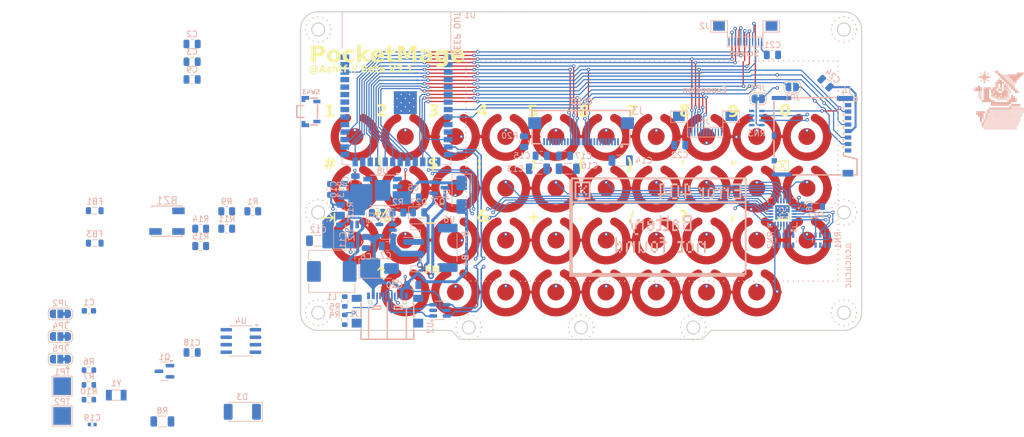
<source format=kicad_pcb>
(kicad_pcb (version 20241229) (generator "pcbnew") (generator_version "9.0")
  (layers (0 "F.Cu" signal) (4 "In1.Cu" signal) (6 "In2.Cu" signal) (2 "B.Cu" signal) (13 "F.Paste" user) (15 "B.Paste" user) (5 "F.SilkS" user "F.Silkscreen") (7 "B.SilkS" user "B.Silkscreen") (1 "F.Mask" user) (3 "B.Mask" user) (25 "Edge.Cuts" user))
  (net 0 "")
  (net 1 "EN")
  (net 2 "+3.3V")
  (net 3 "col1")
  (net 4 "col2")
  (net 5 "col3")
  (net 6 "col4")
  (net 7 "col5")
  (net 8 "col6")
  (net 9 "col8")
  (net 10 "USB_5V")
  (net 11 "row1")
  (net 12 "row2")
  (net 13 "row3")
  (net 14 "row4")
  (net 15 "BOOT")
  (net 16 "col7")
  (net 20 "CHRG")
  (net 23 "USB_D+")
  (net 24 "Net-(J1-CC1)")
  (net 25 "USB_D-")
  (net 26 "Net-(J1-CC2)")
  (net 27 "SPI_SCK")
  (net 28 "RES")
  (net 29 "CS")
  (net 30 "SPI_MOSI")
  (net 31 "D{slash}C")
  (net 32 "BUSY")
  (net 33 "SPI_MISO")
  (net 34 "I2C_SDA")
  (net 35 "I2C_SCL")
  (net 36 "GND")
  (net 37 "INT")
  (net 40 "BAT_MEAS")
  (net 42 "PWR_BTN")
  (net 43 "RTC_INT")
  (net 44 "col9")
  (net 45 "col10")
  (net 48 "SD_CS")
  (net 49 "SD_D0")
  (net 50 "SD_CLK")
  (net 51 "Net-(J4-DAT3{slash}CD)")
  (net 52 "SD_CMD")
  (net 53 "BUZZER")
  (net 54 "OLED_D{slash}C")
  (net 55 "OLED_RES")
  (net 58 "OLED_CS")
  (net 59 "+12V")
  (net 60 "Net-(J3-Pin_3)")
  (net 61 "Net-(J3-Pin_24)")
  (net 65 "Net-(BZ1--)")
  (net 66 "+VSW")
  (net 67 "BAT+")
  (net 68 "Net-(U7-FB)")
  (net 69 "Net-(JP2-C)")
  (net 70 "Net-(D2-A)")
  (net 71 "Net-(D27-K)")
  (net 72 "Net-(U1-3V3)")
  (net 73 "Net-(U5-VCC)")
  (net 74 "Net-(U4-VDD)")
  (net 75 "Net-(J1-D+-PadA6)")
  (net 76 "Net-(J1-D--PadA7)")
  (net 77 "Net-(JP3-B)")
  (net 78 "EX_D")
  (net 79 "TX")
  (net 80 "Net-(J5-Pin_10)")
  (net 81 "RX")
  (net 82 "Net-(J5-Pin_11)")
  (net 83 "EX_E")
  (net 84 "Net-(Q1-B)")
  (net 85 "Net-(U3-STAT)")
  (net 86 "Net-(U3-PROG)")
  (net 87 "Net-(U1-IO0)")
  (net 88 "Net-(RN1-R1.2)")
  (net 89 "Net-(RN2-R2.1)")
  (net 90 "Net-(RN2-R3.1)")
  (net 91 "Net-(RN2-R1.1)")
  (net 92 "Net-(RN2-R4.1)")
  (net 93 "EX_C")
  (net 94 "EX_B")
  (net 95 "EX_A")
  (net 96 "Net-(U4-OSCO)")
  (net 98 "Net-(U4-OSCI)")
  (footprint "snaptron_7mm_doublesided:contact_pad_SINGLE" (layer "F.Cu") (at 147.253 63.9)
    (property "Reference" "SW30" (hide yes))
    (property "Value" "~")
  )
  (footprint "snaptron_7mm_doublesided:contact_pad_SINGLE" (layer "F.Cu") (at 79.253 72.7)
    (property "Reference" "SW9" (hide yes))
    (property "Value" "~")
  )
  (footprint "snaptron_7mm_doublesided:contact_pad_SINGLE" (layer "F.Cu") (at 121.725071 55.142929)
    (property "Reference" "SW37" (hide yes))
    (property "Value" "~")
  )
  (footprint "snaptron_7mm_doublesided:contact_pad_SINGLE" (layer "F.Cu") (at 96.253 63.9)
    (property "Reference" "SW20" (hide yes))
    (property "Value" "~")
  )
  (footprint "snaptron_7mm_doublesided:contact_pad_SINGLE" (layer "F.Cu") (at 79.245071 55.142929)
    (property "Reference" "SW7" (hide yes))
    (property "Value" "~")
  )
  (footprint "snaptron_7mm_doublesided:contact_pad_SINGLE" (layer "F.Cu") (at 70.733 63.9)
    (property "Reference" "SW2" (hide yes))
    (property "Value" "~")
  )
  (footprint "snaptron_7mm_doublesided:contact_pad_SINGLE" (layer "F.Cu") (at 138.753 72.7)
    (property "Reference" "SW23" (hide yes))
    (property "Value" "~")
  )
  (footprint "snaptron_7mm_doublesided:contact_pad_SINGLE" (layer "F.Cu") (at 87.753 72.7)
    (property "Reference" "SW15" (hide yes))
    (property "Value" "~")
  )
  (footprint "snaptron_7mm_doublesided:contact_pad_SINGLE" (layer "F.Cu") (at 96.233 81.5)
    (property "Reference" "SW22" (hide yes))
    (property "Value" "~")
  )
  (footprint "snaptron_7mm_doublesided:contact_pad_SINGLE" (layer "F.Cu") (at 104.733 81.5)
    (property "Reference" "SW28" (hide yes))
    (property "Value" "~")
  )
  (footprint "snaptron_7mm_doublesided:contact_pad_SINGLE" (layer "F.Cu") (at 104.753 63.9)
    (property "Reference" "SW26" (hide yes))
    (property "Value" "~")
  )
  (footprint "snaptron_7mm_doublesided:contact_pad_SINGLE" (layer "F.Cu") (at 79.233 63.9)
    (property "Reference" "SW8" (hide yes))
    (property "Value" "~")
  )
  (footprint "snaptron_7mm_doublesided:contact_pad_SINGLE" (layer "F.Cu") (at 113.213 81.5)
    (property "Reference" "SW34" (hide yes))
    (property "Value" "~")
  )
  (footprint "snaptron_7mm_doublesided:contact_pad_SINGLE" (layer "F.Cu") (at 147.253 72.7)
    (property "Reference" "SW35" (hide yes))
    (property "Value" "~")
  )
  (footprint "snaptron_7mm_doublesided:contact_pad_SINGLE" (layer "F.Cu") (at 147.225071 55.142929)
    (property "Reference" "SW29" (hide yes))
    (property "Value" "~")
  )
  (footprint "snaptron_7mm_doublesided:contact_pad_SINGLE" (layer "F.Cu") (at 121.733 72.7)
    (property "Reference" "SW39" (hide yes))
    (property "Value" "~")
  )
  (footprint "snaptron_7mm_doublesided:contact_pad_SINGLE" (layer "F.Cu") (at 70.753 72.7)
    (property "Reference" "SW3" (hide yes))
    (property "Value" "~")
  )
  (footprint "snaptron_7mm_doublesided:contact_pad_SINGLE" (layer "F.Cu") (at 130.233 72.7)
    (property "Reference" "SW11" (hide yes))
    (property "Value" "~")
  )
  (footprint "snaptron_7mm_doublesided:contact_pad_SINGLE" (layer "F.Cu") (at 87.733 81.5)
    (property "Reference" "SW16" (hide yes))
    (property "Value" "~")
  )
  (footprint "snaptron_7mm_doublesided:contact_pad_SINGLE" (layer "F.Cu") (at 70.725071 55.142929)
    (property "Reference" "SW1" (hide yes))
    (property "Value" "~")
  )
  (footprint "snaptron_7mm_doublesided:contact_pad_SINGLE" (layer "F.Cu") (at 138.733 81.5)
    (property "Reference" "SW24" (hide yes))
    (property "Value" "~")
  )
  (footprint "snaptron_7mm_doublesided:contact_pad_SINGLE" (layer "F.Cu") (at 104.745071 55.142929)
    (property "Reference" "SW25" (hide yes))
    (property "Value" "~")
  )
  (footprint "snaptron_7mm_doublesided:contact_pad_SINGLE" (layer "F.Cu") (at 96.245071 55.142929)
    (property "Reference" "SW19" (hide yes))
    (property "Value" "~")
  )
  (footprint "snaptron_7mm_doublesided:contact_pad_SINGLE" (layer "F.Cu") (at 113.253 63.9)
    (property "Reference" "SW32" (hide yes))
    (property "Value" "~")
  )
  (footprint "snaptron_7mm_doublesided:contact_pad_SINGLE" (layer "F.Cu") (at 79.233 81.5)
    (property "Reference" "SW10" (hide yes))
    (property "Value" "~")
  )
  (footprint "snaptron_7mm_doublesided:contact_pad_SINGLE" (layer "F.Cu") (at 138.753 63.9)
    (property "Reference" "SW18" (hide yes))
    (property "Value" "~")
  )
  (footprint "snaptron_7mm_doublesided:contact_pad_SINGLE" (layer "F.Cu") (at 130.225071 55.142929)
    (property "Reference" "SW5" (hide yes))
    (property "Value" "~")
  )
  (footprint "snaptron_7mm_doublesided:contact_pad_SINGLE" (layer "F.Cu") (at 96.233 72.7)
    (property "Reference" "SW21" (hide yes))
    (property "Value" "~")
  )
  (footprint "snaptron_7mm_doublesided:contact_pad_SINGLE" (layer "F.Cu") (at 121.753 63.9)
    (property "Reference" "SW38" (hide yes))
    (property "Value" "~")
  )
  (footprint "snaptron_7mm_doublesided:contact_pad_SINGLE" (layer "F.Cu") (at 121.733 81.5)
    (property "Reference" "SW40" (hide yes))
    (property "Value" "~")
  )
  (footprint "snaptron_7mm_doublesided:contact_pad_SINGLE" (layer "F.Cu") (at 87.753 63.9)
    (property "Reference" "SW14" (hide yes))
    (property "Value" "~")
  )
  (footprint "snaptron_7mm_doublesided:contact_pad_SINGLE" (layer "F.Cu") (at 104.753 72.7)
    (property "Reference" "SW27" (hide yes))
    (property "Value" "~")
  )
  (footprint "snaptron_7mm_doublesided:contact_pad_SINGLE" (layer "F.Cu") (at 113.253 72.7)
    (property "Reference" "SW33" (hide yes))
    (property "Value" "~")
  )
  (footprint "snaptron_7mm_doublesided:contact_pad_SINGLE" (layer "F.Cu") (at 130.233 81.5)
    (property "Reference" "SW12" (hide yes))
    (property "Value" "~")
  )
  (footprint "snaptron_7mm_doublesided:contact_pad_SINGLE" (layer "F.Cu") (at 87.745071 55.142929)
    (property "Reference" "SW13" (hide yes))
    (property "Value" "~")
  )
  (footprint "snaptron_7mm_doublesided:contact_pad_SINGLE" (layer "F.Cu") (at 138.745071 55.142929)
    (property "Reference" "SW17" (hide yes))
    (property "Value" "~")
  )
  (footprint "snaptron_7mm_doublesided:contact_pad_SINGLE" (layer "F.Cu") (at 113.245071 55.142929)
    (property "Reference" "SW31" (hide yes))
    (property "Value" "~")
  )
  (footprint "snaptron_7mm_doublesided:contact_pad_SINGLE" (layer "F.Cu") (at 130.233 63.9)
    (property "Reference" "SW6" (hide yes))
    (property "Value" "~")
  )
  (footprint "Inductor_SMD:L_0805_2012Metric" (layer "B.Cu") (at 26.67 73.21 180)
    (property "Reference" "FB3")
    (property "Value" "FerriteBead")
  )
  (footprint "Package_TO_SOT_SMD:SOT-23-6" (layer "B.Cu") (at 85.1 84.6)
    (property "Reference" "U2")
    (property "Value" "USBLC6-2SC6")
  )
  (footprint "Package_SO:SOIC-8_3.9x4.9mm_P1.27mm" (layer "B.Cu") (at 51.4 89.79 180)
    (property "Reference" "U4")
    (property "Value" "PCF8563T")
  )
  (footprint "Diode_SMD:D_SMA" (layer "B.Cu") (at 88.8 65 -90)
    (property "Reference" "D4")
    (property "Value" "SS210")
  )
  (footprint "Resistor_SMD:R_0805_2012Metric" (layer "B.Cu") (at 74.5 68.1 180)
    (property "Reference" "R3")
    (property "Value" "2k")
  )
  (footprint "Capacitor_SMD:C_1206_3216Metric" (layer "B.Cu") (at 115.7 59.2)
    (property "Reference" "C14")
    (property "Value" "4.7uF")
  )
  (footprint "Capacitor_SMD:C_0603_1608Metric" (layer "B.Cu") (at 25.68 84.68 180)
    (property "Reference" "C1")
    (property "Value" "1uF")
  )
  (footprint "Package_TO_SOT_SMD:SOT-23" (layer "B.Cu") (at 85 63.8)
    (property "Reference" "Q2")
    (property "Value" "HL2303")
  )
  (footprint "TCA8418:RTW24_2P45X2P45" (layer "B.Cu") (at 143.0874 68.0126 90)
    (property "Reference" "U5")
    (property "Value" "TCA8418RTWR")
  )
  (footprint "Package_TO_SOT_SMD:SOT-23" (layer "B.Cu") (at 38.47 94.925 180)
    (property "Reference" "Q1")
    (property "Value" "MMBT3904")
  )
  (footprint "Resistor_SMD:R_0805_2012Metric" (layer "B.Cu") (at 44.6 70.76 180)
    (property "Reference" "R14")
    (property "Value" "10K")
  )
  (footprint "TestPoint:TestPoint_Pad_3.0x3.0mm" (layer "B.Cu") (at 21.15 97.45 180)
    (property "Reference" "TP1")
    (property "Value" "TestPoint")
  )
  (footprint "Capacitor_SMD:C_0805_2012Metric" (layer "B.Cu") (at 76.2 73.7 180)
    (property "Reference" "C7")
    (property "Value" "4.7uF")
  )
  (footprint "Jumper:SolderJumper-2_P1.3mm_Open_RoundedPad1.0x1.5mm" (layer "B.Cu") (at 144.75 46.75)
    (property "Reference" "JP1")
    (property "Value" "SolderJumper_2_Open")
  )
  (footprint "JLC:USB-TYPE-C-SMD_TYPE-C-16P-QTWT" (layer "B.Cu") (at 76.22 84.4509 180)
    (property "Reference" "J1")
    (property "Value" "USB_C_Receptacle_USB2.0_16P")
    (fp_circle (center 2.8899 1.221) (end 3.1899 1.221) (stroke (width 0.2)) (fill no) (layer "Edge.Cuts"))
    (fp_circle (center -2.8901 1.221) (end -2.5901 1.221) (stroke (width 0.2)) (fill no) (layer "Edge.Cuts"))
  )
  (footprint "Capacitor_SMD:C_0805_2012Metric" (layer "B.Cu") (at 43.15 42.46 180)
    (property "Reference" "C3")
    (property "Value" "22uF")
  )
  (footprint "Resistor_SMD:R_0603_1608Metric" (layer "B.Cu") (at 25.68 97.23 180)
    (property "Reference" "R7")
    (property "Value" "100K")
  )
  (footprint "Capacitor_SMD:C_0805_2012Metric" (layer "B.Cu") (at 102.25 58.4 180)
    (property "Reference" "C15")
    (property "Value" ".1uF")
  )
  (footprint "Package_TO_SOT_SMD:SOT-23-5" (layer "B.Cu") (at 76 71 180)
    (property "Reference" "U3")
    (property "Value" "MCP73831-2-OT")
  )
  (footprint "LOGO" (layer "B.Cu") (at 179 49 180)
    (property "Reference" "G***" (hide yes))
    (property "Value" "LOGO" (hide yes))
  )
  (footprint "Inductor_SMD:L_0805_2012Metric" (layer "B.Cu") (at 148.8 67)
    (property "Reference" "FB2")
    (property "Value" "FerriteBead")
  )
  (footprint "Capacitor_SMD:C_0805_2012Metric" (layer "B.Cu") (at 43.15 39.45 180)
    (property "Reference" "C2")
    (property "Value" "100nF")
  )
  (footprint "Capacitor_SMD:C_0402_1005Metric" (layer "B.Cu") (at 26.25 103.95 180)
    (property "Reference" "C19")
    (property "Value" "0.1uF")
  )
  (footprint "Package_SO:Diodes_SO-8EP" (layer "B.Cu") (at 75.4 64.2575 180)
    (property "Reference" "U8")
    (property "Value" "AP7362-33SP-13")
  )
  (footprint "Capacitor_SMD:C_0603_1608Metric" (layer "B.Cu") (at 70.1 72.7 -90)
    (property "Reference" "C11")
    (property "Value" "4.7pF")
  )
  (footprint "Diode_SMD:D_MELF" (layer "B.Cu") (at 51.655 101.795 180)
    (property "Reference" "D3")
    (property "Value" "SM4007")
  )
  (footprint "Resistor_SMD:R_0603_1608Metric" (layer "B.Cu") (at 25.68 99.74 180)
    (property "Reference" "R10")
    (property "Value" "20k")
  )
  (footprint "Resistor_SMD:R_0805_2012Metric" (layer "B.Cu") (at 68.3 67.6 90)
    (property "Reference" "R12")
    (property "Value" "1.8M")
  )
  (footprint "RF_Module:ESP32-S3-WROOM-1" (layer "B.Cu") (at 77.75 46.94 180)
    (property "Reference" "U1")
    (property "Value" "ESP32-S3-WROOM-1")
  )
  (footprint "Jumper:SolderJumper-3_P1.3mm_Bridged12_RoundedPad1.0x1.5mm" (layer "B.Cu") (at 20.85 89.035 180)
    (property "Reference" "JP4")
    (property "Value" "SolderJumper_3_Bridged12")
  )
  (footprint "Capacitor_SMD:C_0402_1005Metric" (layer "B.Cu") (at 146.5 66.9 90)
    (property "Reference" "C8")
    (property "Value" "0.1uF")
  )
  (footprint "Resistor_SMD:R_0805_2012Metric" (layer "B.Cu") (at 49.01 70.76 180)
    (property "Reference" "R11")
    (property "Value" "2k")
  )
  (footprint "Inductor_SMD:L_Chilisin_BMRx00060630" (layer "B.Cu") (at 66.8 78)
    (property "Reference" "L1")
    (property "Value" "10uH")
  )
  (footprint "Capacitor_SMD:C_0805_2012Metric" (layer "B.Cu") (at 72.6 73.1 -90)
    (property "Reference" "C6")
    (property "Value" "4.7uF")
  )
  (footprint "Capacitor_SMD:C_1206_3216Metric" (layer "B.Cu") (at 106.75 60.6)
    (property "Reference" "C16")
    (property "Value" "4.7uF")
  )
  (footprint "Capacitor_SMD:C_0805_2012Metric" (layer "B.Cu") (at 70.8 62.8 -90)
    (property "Reference" "C4")
    (property "Value" "10uF")
  )
  (footprint "Capacitor_SMD:C_0805_2012Metric" (layer "B.Cu") (at 80.6 65.5 180)
    (property "Reference" "C5")
    (property "Value" "10uF")
  )
  (footprint "Crystal:Crystal_SMD_3215-2Pin_3.2x1.5mm" (layer "B.Cu") (at 30.31 98.97 180)
    (property "Reference" "Y1")
    (property "Value" "Crystal_32.768kHz")
  )
  (footprint "TestPoint:TestPoint_Pad_3.0x3.0mm" (layer "B.Cu") (at 21.15 102.5 180)
    (property "Reference" "TP2")
    (property "Value" "TestPoint")
  )
  (footprint "Resistor_SMD:R_Array_Concave_4x0603" (layer "B.Cu") (at 138.75 52)
    (property "Reference" "RN3")
    (property "Value" "4x10k")
  )
  (footprint "Resistor_SMD:R_0805_2012Metric" (layer "B.Cu") (at 66.7 64.1 90)
    (property "Reference" "R13")
    (property "Value" "205k")
  )
  (footprint "Inductor_SMD:L_0805_2012Metric" (layer "B.Cu") (at 26.67 67.71 180)
    (property "Reference" "FB1")
    (property "Value" "FerriteBead")
  )
  (footprint "Resistor_SMD:R_Array_Concave_4x0603" (layer "B.Cu") (at 149.9 72.7 90)
    (property "Reference" "RN1")
    (property "Value" "4x10k")
  )
  (footprint "Resistor_SMD:R_0805_2012Metric" (layer "B.Cu") (at 49.01 67.81 180)
    (property "Reference" "R9")
    (property "Value" "10K")
  )
  (footprint "Resistor_SMD:R_0603_1608Metric" (layer "B.Cu") (at 69 86.2 -90)
    (property "Reference" "R4")
    (property "Value" "5.1k")
  )
  (footprint "Capacitor_SMD:C_0805_2012Metric" (layer "B.Cu") (at 106.2 58.4)
    (property "Reference" "C17")
    (property "Value" ".1uF")
  )
  (footprint "Capacitor_SMD:C_0805_2012Metric" (layer "B.Cu") (at 43.15 45.47 180)
    (property "Reference" "C9")
    (property "Value" "100nF")
  )
  (footprint "Capacitor_SMD:C_1206_3216Metric" (layer "B.Cu") (at 101.7 60.6 180)
    (property "Reference" "C13")
    (property "Value" "4.7uF")
  )
  (footprint "Capacitor_SMD:C_0805_2012Metric" (layer "B.Cu") (at 68.8 64.1 -90)
    (property "Reference" "C10")
    (property "Value" "10uF")
  )
  (footprint "Jumper:SolderJumper-3_P1.3mm_Bridged12_RoundedPad1.0x1.5mm" (layer "B.Cu") (at 20.85 92.87 180)
    (property "Reference" "JP5")
    (property "Value" "SolderJumper_3_Bridged12")
  )
  (footprint "AFC01-S12FCA-00:AFC01-S12FCA-00" (layer "B.Cu") (at 130 54.4)
    (property "Reference" "J5")
    (property "Value" "Conn_01x12_Pin")
  )
  (footprint "Resistor_SMD:R_1206_3216Metric" (layer "B.Cu") (at 38.12 103.43 180)
    (property "Reference" "R8")
    (property "Value" "100R")
  )
  (footprint "Resistor_SMD:R_0805_2012Metric" (layer "B.Cu") (at 78 68)
    (property "Reference" "R2")
    (property "Value" "470R")
  )
  (footprint "Resistor_SMD:R_0603_1608Metric" (layer "B.Cu") (at 25.68 94.72 180)
    (property "Reference" "R6")
    (property "Value" "100K")
  )
  (footprint "Resistor_SMD:R_0805_2012Metric" (layer "B.Cu") (at 44.6 73.71 180)
    (property "Reference" "R15")
    (property "Value" "1k")
  )
  (footprint "Diode_SMD:D_SOD-123" (layer "B.Cu") (at 68.1 71.8 90)
    (property "Reference" "D2")
    (property "Value" "MBR0530")
  )
  (footprint "Capacitor_SMD:C_0805_2012Metric" (layer "B.Cu") (at 43.15 91.74 180)
    (property "Reference" "C18")
    (property "Value" "10uF")
  )
  (footprint "Capacitor_SMD:C_0805_2012Metric" (layer "B.Cu") (at 141.4 41.3 180)
    (property "Reference" "C21")
    (property "Value" "22uF")
  )
  (footprint "AFC01-S12FCA-00:AFC01-S12FCA-00" (layer "B.Cu") (at 136.8 39.091372)
    (property "Reference" "J2")
    (property "Value" "Conn_01x12_Pin")
  )
  (footprint "Resistor_SMD:R_0805_2012Metric" (layer "B.Cu") (at 53.42 67.81 180)
    (property "Reference" "R1")
    (property "Value" "10K")
  )
  (footprint "Diode_SMD:D_SMA" (layer "B.Cu") (at 74.9 77.5)
    (property "Reference" "D1")
    (property "Value" "SMAJ5.0A")
  )
  (footprint "CustomParts_FP:JST_PH_2P_P2.00mm" (layer "B.Cu") (at 83.5 74 -90)
    (property "Reference" "U6")
    (property "Value" "BC-4-3PD")
  )
  (footprint "JLC:FPC-SMD_AFC24-S26FIA [DUAL-SIDE]" (layer "B.Cu") (at 109 53.45 180)
    (property "Reference" "J3")
    (property "Value" "Conn_01x26_Pin")
  )
  (footprint "Resistor_SMD:R_0603_1608Metric" (layer "B.Cu") (at 69 83.1 90)
    (property "Reference" "R5")
    (property "Value" "5.1k")
  )
  (footprint "Jumper:SolderJumper-2_P1.3mm_Bridged_RoundedPad1.0x1.5mm" (layer "B.Cu") (at 139 48.75 180)
    (property "Reference" "JP3")
    (property "Value" "SolderJumper_2_Bridged")
  )
  (footprint "JLC:SW-SMD_TS24CA" (layer "B.Cu") (at 63.3 50.9 -90)
    (property "Reference" "SW43")
    (property "Value" "EVQPUL02K")
  )
  (footprint "Capacitor_SMD:C_1206_3216Metric" (layer "B.Cu") (at 64.5 72.8 180)
    (property "Reference" "C12")
    (property "Value" "4.7uF")
  )
  (footprint "Resistor_SMD:R_0805_2012Metric" (layer "B.Cu") (at 99.35 56 -90)
    (property "Reference" "R20")
    (property "Value" "680k")
  )
  (footprint "LOGO" (layer "B.Cu") (at 122.01 70.5 180)
    (property "Reference" "G***" (hide yes))
    (property "Value" "LOGO" (hide yes))
  )
  (footprint "Package_TO_SOT_SMD:SOT-23-5" (layer "B.Cu") (at 71.1 68.9 90)
    (property "Reference" "U7")
    (property "Value" "TPS61040DBV")
  )
  (footprint "Capacitor_SMD:C_0805_2012Metric" (layer "B.Cu") (at 150.4 46.1 135)
    (property "Reference" "C24")
    (property "Value" "10uF")
  )
  (footprint "Resistor_SMD:R_Array_Concave_4x0603" (layer "B.Cu") (at 143.7 72.7 -90)
    (property "Reference" "RN2")
    (property "Value" "4x10k")
  )
  (footprint "JLC:BUZ-SMD_3P_L5.0-W5.0-P3.50-TL" (layer "B.Cu") (at 38.8976 69.4875 180)
    (property "Reference" "BZ1")
    (property "Value" "Buzzer")
  )
  (footprint "Jumper:SolderJumper-3_P1.3mm_Bridged12_RoundedPad1.0x1.5mm" (layer "B.Cu") (at 20.85 85.2 180)
    (property "Reference" "JP2")
    (property "Value" "SolderJumper_3_Bridged12")
  )
  (footprint "Capacitor_SMD:C_0805_2012Metric" (layer "B.Cu") (at 125.7 56.6)
    (property "Reference" "C22")
    (property "Value" "22uF")
  )
  (footprint "Capacitor_SMD:C_0805_2012Metric" (layer "B.Cu") (at 80.5 80.3 180)
    (property "Reference" "C20")
    (property "Value" "22uF")
  )
  (footprint "LED_SMD:LED_0805_2012Metric" (layer "B.Cu") (at 81.5 68)
    (property "Reference" "D27")
    (property "Value" "KT-0805Y")
  )
  (footprint "JLC:TF-SMD_503398-1892" (layer "B.Cu") (at 147.93 55.0902 90)
    (property "Reference" "J4")
    (property "Value" "Micro_SD_Card")
  )
  (gr_poly (pts (xy 73.6 63.3) (xy 70.1 63.3) (xy 70 63.4) (xy 70 64.4) (xy 68 64.4) (xy 68 65.7) (xy 69.7 65.7) (xy 69.7 68.4) (xy 72.3 68.4) (xy 72.3 67.7) (xy 73.6 66.4)) (stroke (width 0.2)) (fill yes) (layer "B.Cu") (net 2))
  (gr_poly (pts (xy 70.5 73.1) (xy 69.2 73.1) (xy 69.2 71.7) (xy 68.5 71) (xy 65.4 71) (xy 65.3 71.1) (xy 65.3 73.9) (xy 65.4 74) (xy 70.5 74)) (stroke (width 0.2)) (fill yes) (layer "B.Cu") (net 59))
  (gr_poly (pts (xy 68.9 69.1) (xy 67.1 69.1) (xy 67.1 71.1) (xy 65.3 71.1) (xy 65.3 69.5) (xy 66.8 68) (xy 68.9 68)) (stroke (width 0.2)) (fill yes) (layer "B.Cu") (net 59))
  (gr_poly (pts (xy 73.8 81) (xy 71.7 78.9) (xy 71.7 76.4) (xy 72.3 75.8) (xy 74.6 75.8) (xy 74.9 76.1) (xy 74.9 78.9) (xy 75.9 79.9) (xy 76.2 79.9) (xy 76 80.1) (xy 74.7 80.1)) (stroke (width 0.2)) (fill yes) (layer "B.Cu") (net 10))
  (gr_poly (pts (xy 67.7 69.1) (xy 67.1 69.7) (xy 67.1 69.1)) (stroke (width 0.2)) (fill yes) (layer "B.Cu") (net 59))
  (gr_rect (start 77.2 64.5) (end 80.1 66.5) (stroke (width 0.2)) (fill yes) (layer "B.Cu") (net 66))
  (gr_line (start 144.163 69.15) (end 142.393 69.15) (stroke (width 0.25)) (layer "F.SilkS"))
  (gr_line (start 67.033 68.91) (end 66.503 69.44) (stroke (width 0.25)) (layer "F.SilkS"))
  (gr_line (start 75.143 78.72) (end 75.143 77.24) (stroke (width 0.25)) (layer "F.SilkS"))
  (gr_line (start 144.108 60.86) (end 142.538 60.86) (stroke (width 0.2)) (layer "F.SilkS"))
  (gr_line (start 142.463 60.875) (end 141.693 60.105) (stroke (width 0.2)) (layer "F.SilkS"))
  (gr_line (start 142.393 69.15) (end 142.763 68.78) (stroke (width 0.25)) (layer "F.SilkS"))
  (gr_line (start 144.163 68.12) (end 144.163 69.15) (stroke (width 0.25)) (layer "F.SilkS"))
  (gr_line (start 142.468 59.3) (end 144.108 59.3) (stroke (width 0.2)) (layer "F.SilkS"))
  (gr_line (start 144.108 59.3) (end 144.108 60.86) (stroke (width 0.2)) (layer "F.SilkS"))
  (gr_line (start 67.253 68.17) (end 67.253 69.67) (stroke (width 0.25)) (layer "F.SilkS"))
  (gr_line (start 142.393 69.15) (end 142.733 69.49) (stroke (width 0.25)) (layer "F.SilkS"))
  (gr_line (start 65.133 68.91) (end 67.033 68.91) (stroke (width 0.25)) (layer "F.SilkS"))
  (gr_line (start 75.143 77.24) (end 75.673 77.77) (stroke (width 0.25)) (layer "F.SilkS"))
  (gr_line (start 142.618 60.53) (end 143.558 59.59) (stroke (width 0.2)) (layer "F.SilkS"))
  (gr_line (start 142.638 59.58) (end 143.558 60.5) (stroke (width 0.2)) (layer "F.SilkS"))
  (gr_line (start 67.033 68.91) (end 66.503 68.38) (stroke (width 0.25)) (layer "F.SilkS"))
  (gr_line (start 75.143 77.24) (end 74.613 77.77) (stroke (width 0.25)) (layer "F.SilkS"))
  (gr_line (start 141.673 60.075) (end 142.463 59.285) (stroke (width 0.2)) (layer "F.SilkS"))
  (gr_circle (center 153.5 68) (end 155.65 68) (stroke (width 0.2) (type dot)) (fill no) (layer "B.SilkS"))
  (gr_circle (center 64.5 37) (end 66.65 37) (stroke (width 0.2) (type dot)) (fill no) (layer "B.SilkS"))
  (gr_circle (center 64.5 68) (end 66.65 68) (stroke (width 0.2) (type dot)) (fill no) (layer "B.SilkS"))
  (gr_rect (start 89.51 42.35) (end 152.51 79.65) (stroke (width 0.2) (type dot)) (fill no) (layer "B.SilkS"))
  (gr_circle (center 153.5 85) (end 155.65 85) (stroke (width 0.2) (type dot)) (fill no) (layer "B.SilkS"))
  (gr_circle (center 109 87.5) (end 111.15 87.5) (stroke (width 0.2) (type dot)) (fill no) (layer "B.SilkS"))
  (gr_circle (center 64.5 85) (end 66.65 85) (stroke (width 0.2) (type dot)) (fill no) (layer "B.SilkS"))
  (gr_circle (center 153.5 37) (end 155.65 37) (stroke (width 0.2) (type dot)) (fill no) (layer "B.SilkS"))
  (gr_circle (center 90 87.5) (end 92.15 87.5) (stroke (width 0.2) (type dot)) (fill no) (layer "B.SilkS"))
  (gr_circle (center 128 87.5) (end 130.15 87.5) (stroke (width 0.2) (type dot)) (fill no) (layer "B.SilkS"))
  (gr_line (start 87 88) (end 64.5 88) (stroke (width 0.2)) (layer "Edge.Cuts"))
  (gr_line (start 153.5 88) (end 131 88) (stroke (width 0.2)) (layer "Edge.Cuts"))
  (gr_line (start 98.85 34) (end 119.27 34) (stroke (width 0.2)) (layer "Edge.Cuts"))
  (gr_line (start 156.5 37) (end 156.5 85) (stroke (width 0.2)) (layer "Edge.Cuts"))
  (gr_circle (center 153.5 37) (end 154.6 37) (stroke (width 0.2)) (fill no) (layer "Edge.Cuts"))
  (gr_arc (start 156.5 85) (mid 155.62132 87.12132) (end 153.5 88) (stroke (width 0.2)) (layer "Edge.Cuts"))
  (gr_circle (center 64.5 68) (end 65.6 68) (stroke (width 0.2)) (fill no) (layer "Edge.Cuts"))
  (gr_arc (start 61.5 37) (mid 62.37868 34.87868) (end 64.5 34) (stroke (width 0.2)) (layer "Edge.Cuts"))
  (gr_line (start 119.27 34) (end 153.5 34) (stroke (width 0.2)) (layer "Edge.Cuts"))
  (gr_line (start 93.5 34) (end 95 34) (stroke (width 0.2)) (layer "Edge.Cuts"))
  (gr_circle (center 109 87.5) (end 110.1 87.5) (stroke (width 0.2)) (fill no) (layer "Edge.Cuts"))
  (gr_circle (center 64.5 37) (end 65.6 37) (stroke (width 0.2)) (fill no) (layer "Edge.Cuts"))
  (gr_line (start 88.5 89.5) (end 87 88) (stroke (width 0.2)) (layer "Edge.Cuts"))
  (gr_circle (center 153.5 68) (end 154.6 68) (stroke (width 0.2)) (fill no) (layer "Edge.Cuts"))
  (gr_line (start 95 34) (end 98.85 34) (stroke (width 0.2)) (layer "Edge.Cuts"))
  (gr_line (start 61.5 85) (end 61.5 37) (stroke (width 0.2)) (layer "Edge.Cuts"))
  (gr_arc (start 153.5 34) (mid 155.62132 34.87868) (end 156.5 37) (stroke (width 0.2)) (layer "Edge.Cuts"))
  (gr_circle (center 90 87.5) (end 91.1 87.5) (stroke (width 0.2)) (fill no) (layer "Edge.Cuts"))
  (gr_arc (start 64.5 88) (mid 62.37868 87.12132) (end 61.5 85) (stroke (width 0.2)) (layer "Edge.Cuts"))
  (gr_circle (center 64.5 85) (end 65.6 85) (stroke (width 0.2)) (fill no) (layer "Edge.Cuts"))
  (gr_line (start 129.5 89.5) (end 131 88) (stroke (width 0.2)) (layer "Edge.Cuts"))
  (gr_circle (center 153.5 85) (end 154.6 85) (stroke (width 0.2)) (fill no) (layer "Edge.Cuts"))
  (gr_line (start 88.5 89.5) (end 129.5 89.5) (stroke (width 0.2)) (layer "Edge.Cuts"))
  (gr_circle (center 128 87.5) (end 129.1 87.5) (stroke (width 0.2)) (fill no) (layer "Edge.Cuts"))
  (gr_line (start 64.5 34) (end 93.5 34) (stroke (width 0.2)) (layer "Edge.Cuts"))
  (gr_text "5" (at 99.863 52.16 0) (layer "F.SilkS") (effects (font (size 2 2) (thickness 0.3) (bold yes)) (justify left bottom)))
  (gr_text "_" (at 82.9 69.6 0) (layer "F.SilkS") (effects (font (size 2 2) (thickness 0.3) (bold yes)) (justify left bottom)))
  (gr_text "@Ashtf // Beta V3.1" (at 63 44.5 0) (layer "F.SilkS") (effects (font (size 1.25 1.15) (thickness 0.23) (bold yes)) (justify left bottom)))
  (gr_text "!" (at 74.233 60.99 0) (layer "F.SilkS") (effects (font (size 2 2) (thickness 0.3) (bold yes)) (justify left bottom)))
  (gr_text "PocketMage" (at 63 43 0) (layer "F.SilkS") (effects (font (size 2.75 2.75) (thickness 0.45) (bold yes)) (justify left bottom)))
  (gr_text "6" (at 108.553 52.16 0) (layer "F.SilkS") (effects (font (size 2 2) (thickness 0.3) (bold yes)) (justify left bottom)))
  (gr_text "/" (at 117 70 0) (layer "F.SilkS") (effects (font (size 2 2) (thickness 0.3) (bold yes)) (justify left bottom)))
  (gr_text "FN" (at 82.5 78.5 0) (layer "F.SilkS") (effects (font (size 1.25 1.25) (thickness 0.2) (bold yes)) (justify left bottom)))
  (gr_text "," (at 134.203 69.55 0) (layer "F.SilkS") (effects (font (size 2 2) (thickness 0.3) (bold yes)) (justify left bottom)))
  (gr_text "0" (at 142.573 52.01 0) (layer "F.SilkS") (effects (font (size 2 2) (thickness 0.3) (bold yes)) (justify left bottom)))
  (gr_text "4" (at 91.323 52.01 0) (layer "F.SilkS") (effects (font (size 2 2) (thickness 0.3) (bold yes)) (justify left bottom)))
  (gr_text "+" (at 99.813 70.04 0) (layer "F.SilkS") (effects (font (size 2 2) (thickness 0.3) (bold yes)) (justify left bottom)))
  (gr_text "'" (at 125.8 61.5 0) (layer "F.SilkS") (effects (font (size 2 2) (thickness 0.3) (bold yes)) (justify left bottom)))
  (gr_text "7" (at 116.663 52.16 0) (layer "F.SilkS") (effects (font (size 2 2) (thickness 0.3) (bold yes)) (justify left bottom)))
  (gr_text "1" (at 65.403 52.11 0) (layer "F.SilkS") (effects (font (size 2 2) (thickness 0.3) (bold yes)) (justify left bottom)))
  (gr_text "{dblquote}" (at 134.1 61.6 0) (layer "F.SilkS") (effects (font (size 2 2) (thickness 0.3) (bold yes)) (justify left bottom)))
  (gr_text "9" (at 133.793 52.16 0) (layer "F.SilkS") (effects (font (size 2 2) (thickness 0.3) (bold yes)) (justify left bottom)))
  (gr_text ":" (at 91.223 60.94 0) (layer "F.SilkS") (effects (font (size 2 2) (thickness 0.3) (bold yes)) (justify left bottom)))
  (gr_text ")" (at 116.563 61.09 0) (layer "F.SilkS") (effects (font (size 2 2) (thickness 0.3) (bold yes)) (justify left bottom)))
  (gr_text "8" (at 125.583 52.11 0) (layer "F.SilkS") (effects (font (size 2 2) (thickness 0.3) (bold yes)) (justify left bottom)))
  (gr_text "%" (at 74 69.94 0) (layer "F.SilkS") (effects (font (size 2 2) (thickness 0.3) (bold yes)) (justify left bottom)))
  (gr_text "3" (at 83.073 52.06 0) (layer "F.SilkS") (effects (font (size 2 2) (thickness 0.3) (bold yes)) (justify left bottom)))
  (gr_text "2" (at 74.333 52.06 0) (layer "F.SilkS") (effects (font (size 2 2) (thickness 0.3) (bold yes)) (justify left bottom)))
  (gr_text "&" (at 91.273 69.89 0) (layer "F.SilkS") (effects (font (size 2 2) (thickness 0.3) (bold yes)) (justify left bottom)))
  (gr_text "$" (at 82.973 60.99 0) (layer "F.SilkS") (effects (font (size 2 2) (thickness 0.3) (bold yes)) (justify left bottom)))
  (gr_text "?" (at 125.533 69.99 0) (layer "F.SilkS") (effects (font (size 2 2) (thickness 0.3) (bold yes)) (justify left bottom)))
  (gr_text ";" (at 100.4 60.9 0) (layer "F.SilkS") (effects (font (size 2 2) (thickness 0.3) (bold yes)) (justify left bottom)))
  (gr_text "(" (at 108.453 61.09 0) (layer "F.SilkS") (effects (font (size 2 2) (thickness 0.3) (bold yes)) (justify left bottom)))
  (gr_text "#" (at 65.303 61.04 0) (layer "F.SilkS") (effects (font (size 2 2) (thickness 0.3) (bold yes)) (justify left bottom)))
  (gr_text "-" (at 108.503 70.04 0) (layer "F.SilkS") (effects (font (size 1.5 1.5) (thickness 0.3) (bold yes)) (justify left bottom)))
  (gr_text "KEEP OUT" (at 87.4 41.6 270) (layer "B.SilkS") (effects (font (size 1 1) (thickness 0.18) (bold yes)) (justify left bottom mirror)))
  (gr_text "Screen" (at 139.3 41.6 0) (layer "B.SilkS") (effects (font (size 1 1) (thickness 0.2) (bold yes)) (justify left bottom mirror)))
  (gr_text "JLCJLCJLCJLC" (at 154.7 73 90) (layer "B.SilkS") (effects (font (size 0.75 0.75)) (justify left bottom mirror)))
  (gr_text "OLED" (at 111.1 49.8 0) (layer "B.SilkS") (effects (font (size 1 1) (thickness 0.2) (bold yes)) (justify left bottom mirror)))
  (gr_text "Expansion" (at 133.8 47.8 0) (layer "B.SilkS") (effects (font (size 1 1) (thickness 0.2) (bold yes)) (justify left bottom mirror)))
  (segment (start 155.4759 53.4863) (end 154.7522 54.21) (width 0.35) (layer "B.Cu") (net 2))
  (segment (start 155.4759 47.8841) (end 155.4759 53.4863) (width 0.35) (layer "B.Cu") (net 2))
  (segment (start 154.7522 54.21) (end 154.2 54.21) (width 0.35) (layer "B.Cu") (net 2))
  (segment (start 151.071751 46.771751) (end 154.363551 46.771751) (width 0.35) (layer "B.Cu") (net 2))
  (segment (start 154.363551 46.771751) (end 155.4759 47.8841) (width 0.35) (layer "B.Cu") (net 2))
  (segment (start 139.55 39.091372) (end 139.55 40.4) (width 0.25) (layer "B.Cu") (net 2))
  (segment (start 139.55 40.4) (end 140.45 41.3) (width 0.25) (layer "B.Cu") (net 2))
  (segment (start 70.725071 55.142929) (end 70.725071 54.075071) (width 0.2) (layer "F.Cu") (net 3))
  (segment (start 70.7 60.9) (end 70.733 60.933) (width 0.2) (layer "F.Cu") (net 3))
  (segment (start 70.733 60.933) (end 70.733 63.9) (width 0.2) (layer "F.Cu") (net 3))
  (segment (start 70.725071 54.075071) (end 70.7 54.05) (width 0.2) (layer "F.Cu") (net 3))
  (segment (start 70 74.7) (end 70 73.453) (width 0.2) (layer "F.Cu") (net 3))
  (segment (start 70 73.453) (end 70.753 72.7) (width 0.2) (layer "F.Cu") (net 3))
  (via (at 83.854818 61.399999) (size 0.6) (drill 0.3) (layers "F.Cu" "B.Cu") (net 3))
  (via (at 70.7 54.05) (size 0.6) (drill 0.3) (layers "F.Cu" "B.Cu") (net 3))
  (via (at 70 74.7) (size 0.6) (drill 0.3) (layers "F.Cu" "B.Cu") (net 3))
  (via (at 70.7 60.9) (size 0.6) (drill 0.3) (layers "F.Cu" "B.Cu") (net 3))
  (via (at 93.5 68.9) (size 0.6) (drill 0.3) (layers "F.Cu" "B.Cu") (net 3))
  (via (at 90.6 68.2) (size 0.6) (drill 0.3) (layers "F.Cu" "B.Cu") (net 3))
  (segment (start 98.0007 66.302) (end 98.1517 66.453) (width 0.2) (layer "B.Cu") (net 3))
  (segment (start 98.1517 66.453) (end 138.553 66.453) (width 0.2) (layer "B.Cu") (net 3))
  (segment (start 140.362663 68.262663) (end 141.1124 68.262663) (width 0.2) (layer "B.Cu") (net 3))
  (segment (start 90.199 67.799) (end 90.199 61.599) (width 0.2) (layer "B.Cu") (net 3))
  (segment (start 83.900001 61.399999) (end 83.854818 61.399999) (width 0.2) (layer "B.Cu") (net 3))
  (segment (start 90.199 61.599) (end 89.801 61.201) (width 0.2) (layer "B.Cu") (net 3))
  (segment (start 90.6 68.2) (end 90.199 67.799) (width 0.2) (layer "B.Cu") (net 3))
  (segment (start 84.099 61.201) (end 83.900001 61.399999) (width 0.2) (layer "B.Cu") (net 3))
  (segment (start 138.553 66.453) (end 140.362663 68.262663) (width 0.2) (layer "B.Cu") (net 3))
  (segment (start 93.5 68.9) (end 93.7 68.7) (width 0.2) (layer "B.Cu") (net 3))
  (segment (start 93.7 68.7) (end 94.4 68.7) (width 0.2) (layer "B.Cu") (net 3))
  (segment (start 96.798 66.302) (end 98.0007 66.302) (width 0.2) (layer "B.Cu") (net 3))
  (segment (start 89.801 61.201) (end 84.099 61.201) (width 0.2) (layer "B.Cu") (net 3))
  (segment (start 94.4 68.7) (end 96.798 66.302) (width 0.2) (layer "B.Cu") (net 3))
  (segment (start 79.245071 54.054929) (end 79.25 54.05) (width 0.2) (layer "F.Cu") (net 4))
  (segment (start 79.25 78.9) (end 79.25 79.25) (width 0.2) (layer "F.Cu") (net 4))
  (segment (start 79.245071 55.142929) (end 79.245071 54.054929) (width 0.2) (layer "F.Cu") (net 4))
  (segment (start 79.233 79.267) (end 79.233 81.5) (width 0.2) (layer "F.Cu") (net 4))
  (segment (start 79.233 60.867) (end 79.3 60.8) (width 0.2) (layer "F.Cu") (net 4))
  (segment (start 79.25 79.25) (end 79.233 79.267) (width 0.2) (layer "F.Cu") (net 4))
  (segment (start 79.233 63.9) (end 79.233 60.867) (width 0.2) (layer "F.Cu") (net 4))
  (via (at 79.3 60.8) (size 0.6) (drill 0.3) (layers "F.Cu" "B.Cu") (net 4))
  (via (at 90.8 67.4) (size 0.6) (drill 0.3) (layers "F.Cu" "B.Cu") (net 4))
  (via (at 79.25 54.05) (size 0.6) (drill 0.3) (layers "F.Cu" "B.Cu") (net 4))
  (via (at 83.2 60.8) (size 0.6) (drill 0.3) (layers "F.Cu" "B.Cu") (net 4))
  (via (at 79.25 71.65) (size 0.6) (drill 0.3) (layers "F.Cu" "B.Cu") (net 4))
  (via (at 94.09998 68.000038) (size 0.6) (drill 0.3) (layers "F.Cu" "B.Cu") (net 4))
  (via (at 79.25 78.9) (size 0.6) (drill 0.3) (layers "F.Cu" "B.Cu") (net 4))
  (segment (start 140.403411 67.703411) (end 140.462537 67.762537) (width 0.2) (layer "B.Cu") (net 4))
  (segment (start 94.09998 68.000038) (end 94.09998 68.00002) (width 0.2) (layer "B.Cu") (net 4))
  (segment (start 96.199 65.901) (end 98.1668 65.901) (width 0.2) (layer "B.Cu") (net 4))
  (segment (start 98.1668 65.901) (end 98.3178 66.052) (width 0.2) (layer "B.Cu") (net 4))
  (segment (start 94.09998 68.00002) (end 96.199 65.901) (width 0.2) (layer "B.Cu") (net 4))
  (segment (start 140.462537 67.762537) (end 141.1124 67.762537) (width 0.2) (layer "B.Cu") (net 4))
  (segment (start 98.3178 66.052) (end 138.752 66.052) (width 0.2) (layer "B.Cu") (net 4))
  (segment (start 90.8 67.4) (end 90.8 61.3) (width 0.2) (layer "B.Cu") (net 4))
  (segment (start 90.8 61.3) (end 90.3 60.8) (width 0.2) (layer "B.Cu") (net 4))
  (segment (start 90.3 60.8) (end 83.2 60.8) (width 0.2) (layer "B.Cu") (net 4))
  (segment (start 140.3864 67.6864) (end 140.3864 67.703411) (width 0.2) (layer "B.Cu") (net 4))
  (segment (start 138.752 66.052) (end 140.3864 67.6864) (width 0.2) (layer "B.Cu") (net 4))
  (segment (start 140.3864 67.703411) (end 140.403411 67.703411) (width 0.2) (layer "B.Cu") (net 4))
  (segment (start 88.742929 55.142929) (end 88.75 55.15) (width 0.2) (layer "F.Cu") (net 5))
  (segment (start 87.745071 55.142929) (end 88.742929 55.142929) (width 0.2) (layer "F.Cu") (net 5))
  (via (at 87.7 65.1) (size 0.6) (drill 0.3) (layers "F.Cu" "B.Cu") (net 5))
  (via (at 93.2 67.4) (size 0.6) (drill 0.3) (layers "F.Cu" "B.Cu") (net 5))
  (via (at 87.75 80.55) (size 0.6) (drill 0.3) (layers "F.Cu" "B.Cu") (net 5))
  (via (at 88.75 55.15) (size 0.6) (drill 0.3) (layers "F.Cu" "B.Cu") (net 5))
  (via (at 88.8 72.75) (size 0.6) (drill 0.3) (layers "F.Cu" "B.Cu") (net 5))
  (segment (start 95.8 65.5) (end 98.3329 65.5) (width 0.2) (layer "B.Cu") (net 5))
  (segment (start 93.9 67.4) (end 95.8 65.5) (width 0.2) (layer "B.Cu") (net 5))
  (segment (start 140.470385 67.203285) (end 140.503285 67.203285) (width 0.2) (layer "B.Cu") (net 5))
  (segment (start 98.4839 65.651) (end 138.951 65.651) (width 0.2) (layer "B.Cu") (net 5))
  (segment (start 140.503285 67.203285) (end 140.562411 67.262411) (width 0.2) (layer "B.Cu") (net 5))
  (segment (start 98.3329 65.5) (end 98.4839 65.651) (width 0.2) (layer "B.Cu") (net 5))
  (segment (start 140.3864 67.0864) (end 140.3864 67.1193) (width 0.2) (layer "B.Cu") (net 5))
  (segment (start 93.2 67.4) (end 93.9 67.4) (width 0.2) (layer "B.Cu") (net 5))
  (segment (start 138.951 65.651) (end 140.3864 67.0864) (width 0.2) (layer "B.Cu") (net 5))
  (segment (start 140.3864 67.1193) (end 140.470385 67.203285) (width 0.2) (layer "B.Cu") (net 5))
  (segment (start 140.562411 67.262411) (end 141.1124 67.262411) (width 0.2) (layer "B.Cu") (net 5))
  (segment (start 96.245071 55.142929) (end 96.245071 54.054929) (width 0.2) (layer "F.Cu") (net 6))
  (segment (start 96.245071 54.054929) (end 96.25 54.05) (width 0.2) (layer "F.Cu") (net 6))
  (via (at 96.25 62.85) (size 0.6) (drill 0.3) (layers "F.Cu" "B.Cu") (net 6))
  (via (at 96.25 80.45) (size 0.6) (drill 0.3) (layers "F.Cu" "B.Cu") (net 6))
  (via (at 96.25 54.05) (size 0.6) (drill 0.3) (layers "F.Cu" "B.Cu") (net 6))
  (via (at 96.25 71.7) (size 0.6) (drill 0.3) (layers "F.Cu" "B.Cu") (net 6))
  (segment (start 98.65 65.25) (end 139.55 65.25) (width 0.2) (layer "B.Cu") (net 6))
  (segment (start 96.25 62.85) (end 98.65 65.25) (width 0.2) (layer "B.Cu") (net 6))
  (segment (start 139.55 65.25) (end 141.062285 66.762285) (width 0.2) (layer "B.Cu") (net 6))
  (segment (start 141.062285 66.762285) (end 141.1124 66.762285) (width 0.2) (layer "B.Cu") (net 6))
  (segment (start 104.745071 54.104929) (end 104.75 54.1) (width 0.2) (layer "F.Cu") (net 7))
  (segment (start 104.745071 55.142929) (end 104.745071 54.104929) (width 0.2) (layer "F.Cu") (net 7))
  (via (at 104.75 71.7) (size 0.6) (drill 0.3) (layers "F.Cu" "B.Cu") (net 7))
  (via (at 104.75 62.9) (size 0.6) (drill 0.3) (layers "F.Cu" "B.Cu") (net 7))
  (via (at 104.75 80.5) (size 0.6) (drill 0.3) (layers "F.Cu" "B.Cu") (net 7))
  (via (at 104.75 54.1) (size 0.6) (drill 0.3) (layers "F.Cu" "B.Cu") (net 7))
  (segment (start 141.150107 64.849892) (end 141.8374 65.537185) (width 0.2) (layer "B.Cu") (net 7))
  (segment (start 141.8374 65.537185) (end 141.8374 66.0376) (width 0.2) (layer "B.Cu") (net 7))
  (segment (start 104.75 62.9) (end 106.699892 64.849892) (width 0.2) (layer "B.Cu") (net 7))
  (segment (start 106.699892 64.849892) (end 141.150107 64.849892) (width 0.2) (layer "B.Cu") (net 7))
  (segment (start 113.245071 54.104929) (end 113.25 54.1) (width 0.2) (layer "F.Cu") (net 8))
  (segment (start 113.245071 55.142929) (end 113.245071 54.104929) (width 0.2) (layer "F.Cu") (net 8))
  (via (at 113.25 62.9) (size 0.6) (drill 0.3) (layers "F.Cu" "B.Cu") (net 8))
  (via (at 113.25 54.1) (size 0.6) (drill 0.3) (layers "F.Cu" "B.Cu") (net 8))
  (via (at 113.25 80.5) (size 0.6) (drill 0.3) (layers "F.Cu" "B.Cu") (net 8))
  (via (at 113.25 71.7) (size 0.6) (drill 0.3) (layers "F.Cu" "B.Cu") (net 8))
  (segment (start 142.337399 65.470084) (end 142.337399 66.0376) (width 0.2) (layer "B.Cu") (net 8))
  (segment (start 113.25 62.9) (end 114.653 64.303) (width 0.2) (layer "B.Cu") (net 8))
  (segment (start 114.653 64.303) (end 141.170315 64.303) (width 0.2) (layer "B.Cu") (net 8))
  (segment (start 141.170315 64.303) (end 142.337399 65.470084) (width 0.2) (layer "B.Cu") (net 8))
  (segment (start 130.225071 56.175071) (end 130.25 56.2) (width 0.2) (layer "F.Cu") (net 9))
  (segment (start 130.225071 55.142929) (end 130.225071 56.175071) (width 0.2) (layer "F.Cu") (net 9))
  (via (at 130.25 71.7) (size 0.6) (drill 0.3) (layers "F.Cu" "B.Cu") (net 9))
  (via (at 130.25 62.9) (size 0.6) (drill 0.3) (layers "F.Cu" "B.Cu") (net 9))
  (via (at 130.25 56.2) (size 0.6) (drill 0.3) (layers "F.Cu" "B.Cu") (net 9))
  (via (at 130.25 80.5) (size 0.6) (drill 0.3) (layers "F.Cu" "B.Cu") (net 9))
  (segment (start 130.25 62.9) (end 130.851 63.501) (width 0.2) (layer "B.Cu") (net 9))
  (segment (start 143.3374 64.8374) (end 143.3374 66.0376) (width 0.2) (layer "B.Cu") (net 9))
  (segment (start 130.851 63.501) (end 142.001 63.501) (width 0.2) (layer "B.Cu") (net 9))
  (segment (start 142.001 63.501) (end 143.3374 64.8374) (width 0.2) (layer "B.Cu") (net 9))
  (segment (start 81.3 78.3) (end 79.55 80.05) (width 0.5) (layer "B.Cu") (net 10))
  (segment (start 84.1 81.4) (end 80.65 81.4) (width 0.25) (layer "B.Cu") (net 10))
  (segment (start 82.751 79.751) (end 81.3 78.3) (width 0.5) (layer "B.Cu") (net 10))
  (segment (start 73.8201 79.6701) (end 74.1 79.95) (width 0.5) (layer "B.Cu") (net 10))
  (segment (start 77.4004 79.95) (end 74.1 79.95) (width 0.5) (layer "B.Cu") (net 10))
  (segment (start 89.6 78) (end 87.849 79.751) (width 0.5) (layer "B.Cu") (net 10))
  (segment (start 88.8 67) (end 89.6 67.8) (width 0.5) (layer "B.Cu") (net 10))
  (segment (start 74.1 72.7125) (end 73.8201 72.9924) (width 0.5) (layer "B.Cu") (net 10))
  (segment (start 82.651 77.293918) (end 82.093918 77.851) (width 0.5) (layer "B.Cu") (net 10))
  (segment (start 78.6199 81.1695) (end 77.4004 79.95) (width 0.5) (layer "B.Cu") (net 10))
  (segment (start 85.1 82.4) (end 84.1 81.4) (width 0.25) (layer "B.Cu") (net 10))
  (segment (start 73.5375 72.15) (end 72.6 72.15) (width 0.5) (layer "B.Cu") (net 10))
  (segment (start 86.2375 84.6) (end 85.575001 84.6) (width 0.25) (layer "B.Cu") (net 10))
  (segment (start 74.6625 72.15) (end 74.8625 71.95) (width 0.5) (layer "B.Cu") (net 10))
  (segment (start 72.6 72.15) (end 74.6625 72.15) (width 0.5) (layer "B.Cu") (net 10))
  (segment (start 83.1 76.5) (end 82.651 76.949) (width 0.5) (layer "B.Cu") (net 10))
  (segment (start 74.1 72.7125) (end 73.5375 72.15) (width 0.5) (layer "B.Cu") (net 10))
  (segment (start 73.8201 80.2299) (end 73.8201 79.6701) (width 0.5) (layer "B.Cu") (net 10))
  (segment (start 73.8201 72.9924) (end 74 73.1723) (width 0.5) (layer "B.Cu") (net 10))
  (segment (start 80.65 81.4) (end 79.55 80.3) (width 0.25) (layer "B.Cu") (net 10))
  (segment (start 82.651 76.949) (end 82.651 77.293918) (width 0.5) (layer "B.Cu") (net 10))
  (segment (start 78.6805 81.1695) (end 78.6199 81.1695) (width 0.5) (layer "B.Cu") (net 10))
  (segment (start 74.1 72.7125) (end 74.8625 71.95) (width 0.5) (layer "B.Cu") (net 10))
  (segment (start 82.093918 77.851) (end 81.749 77.851) (width 0.5) (layer "B.Cu") (net 10))
  (segment (start 84.0625 64.75) (end 84.0625 66.375) (width 0.5) (layer "B.Cu") (net 10))
  (segment (start 89.6 67.8) (end 89.6 78) (width 0.5) (layer "B.Cu") (net 10))
  (segment (start 74 73.1723) (end 74 79.4902) (width 0.5) (layer "B.Cu") (net 10))
  (segment (start 74.1 79.95) (end 73.8201 80.2299) (width 0.5) (layer "B.Cu") (net 10))
  (segment (start 73.6924 72.9924) (end 72.85 72.15) (width 0.5) (layer "B.Cu") (net 10))
  (segment (start 79.55 80.05) (end 79.55 80.3) (width 0.5) (layer "B.Cu") (net 10))
  (segment (start 74 79.4902) (end 73.8201 79.6701) (width 0.5) (layer "B.Cu") (net 10))
  (segment (start 85.575001 84.6) (end 85.1 84.124999) (width 0.25) (layer "B.Cu") (net 10))
  (segment (start 79.55 80.3) (end 78.6805 81.1695) (width 0.5) (layer "B.Cu") (net 10))
  (segment (start 82.4375 68) (end 83.1 68.6625) (width 0.5) (layer "B.Cu") (net 10))
  (segment (start 83.1 68.6625) (end 83.1 76.5) (width 0.5) (layer "B.Cu") (net 10))
  (segment (start 85.1 84.124999) (end 85.1 82.4) (width 0.25) (layer "B.Cu") (net 10))
  (segment (start 81.749 77.851) (end 81.3 78.3) (width 0.5) (layer "B.Cu") (net 10))
  (segment (start 73.8201 80.2299) (end 73.8201 82.1425) (width 0.5) (layer "B.Cu") (net 10))
  (segment (start 72.85 72.15) (end 72.6 72.15) (width 0.5) (layer "B.Cu") (net 10))
  (segment (start 73.8201 72.9924) (end 73.6924 72.9924) (width 0.5) (layer "B.Cu") (net 10))
  (segment (start 87.849 79.751) (end 82.751 79.751) (width 0.5) (layer "B.Cu") (net 10))
  (segment (start 84.0625 66.375) (end 82.4375 68) (width 0.5) (layer "B.Cu") (net 10))
  (segment (start 78.6199 82.1425) (end 78.6199 81.1695) (width 0.5) (layer "B.Cu") (net 10))
  (segment (start 99.905071 55.142929) (end 101.905071 55.142929) (width 0.5) (layer "F.Cu") (net 11))
  (segment (start 133.885071 55.142929) (end 135.405071 55.142929) (width 0.5) (layer "F.Cu") (net 11))
  (segment (start 116.905071 55.142929) (end 118.405071 55.142929) (width 0.5) (layer "F.Cu") (net 11))
  (segment (start 108.405071 55.142929) (end 109.905071 55.142929) (width 0.5) (layer "F.Cu") (net 11))
  (segment (start 125.385071 55.142929) (end 126.905071 55.142929) (width 0.5) (layer "F.Cu") (net 11))
  (segment (start 74.385071 55.142929) (end 75.905071 55.142929) (width 0.5) (layer "F.Cu") (net 11))
  (segment (start 142.405071 55.142929) (end 143.905071 55.142929) (width 0.5) (layer "F.Cu") (net 11))
  (segment (start 82.905071 55.142929) (end 84.905071 55.142929) (width 0.5) (layer "F.Cu") (net 11))
  (segment (start 91.405071 55.142929) (end 92.905071 55.142929) (width 0.5) (layer "F.Cu") (net 11))
  (via (at 135.3 55.2) (size 0.6) (drill 0.3) (layers "F.Cu" "B.Cu") (net 11))
  (via (at 135.1 67.3) (size 0.6) (drill 0.3) (layers "F.Cu" "B.Cu") (net 11))
  (segment (start 138.354 66.854) (end 135.546 66.854) (width 0.2) (layer "B.Cu") (net 11))
  (segment (start 135.546 66.854) (end 135.1 67.3) (width 0.2) (layer "B.Cu") (net 11))
  (segment (start 141.1124 68.762789) (end 140.262789 68.762789) (width 0.2) (layer "B.Cu") (net 11))
  (segment (start 140.262789 68.762789) (end 138.354 66.854) (width 0.2) (layer "B.Cu") (net 11))
  (segment (start 125.233 63.9) (end 126.733 63.9) (width 0.5) (layer "F.Cu") (net 12))
  (segment (start 116.733 63.9) (end 118.233 63.9) (width 0.5) (layer "F.Cu") (net 12))
  (segment (start 133.713 63.9) (end 135.733 63.9) (width 0.5) (layer "F.Cu") (net 12))
  (segment (start 108.233 63.9) (end 109.733 63.9) (width 0.5) (layer "F.Cu") (net 12))
  (segment (start 91.233 63.9) (end 92.733 63.9) (width 0.5) (layer "F.Cu") (net 12))
  (segment (start 82.713 63.9) (end 84.233 63.9) (width 0.5) (layer "F.Cu") (net 12))
  (segment (start 74.213 63.9) (end 75.733 63.9) (width 0.5) (layer "F.Cu") (net 12))
  (segment (start 142.233 63.9) (end 143.733 63.9) (width 0.5) (layer "F.Cu") (net 12))
  (segment (start 99.733 63.9) (end 101.733 63.9) (width 0.5) (layer "F.Cu") (net 12))
  (via (at 137.8 67.454) (size 0.6) (drill 0.3) (layers "F.Cu" "B.Cu") (net 12))
  (segment (start 137.8 67.454) (end 137.8 67.6) (width 0.2) (layer "B.Cu") (net 12))
  (segment (start 139.462915 69.262915) (end 141.1124 69.262915) (width 0.2) (layer "B.Cu") (net 12))
  (segment (start 137.8 67.6) (end 139.462915 69.262915) (width 0.2) (layer "B.Cu") (net 12))
  (segment (start 74.233 72.7) (end 75.733 72.7) (width 0.5) (layer "F.Cu") (net 13))
  (segment (start 99.713 72.7) (end 101.233 72.7) (width 0.5) (layer "F.Cu") (net 13))
  (segment (start 125.213 72.7) (end 126.733 72.7) (width 0.5) (layer "F.Cu") (net 13))
  (segment (start 91.233 72.7) (end 92.733 72.7) (width 0.5) (layer "F.Cu") (net 13))
  (segment (start 116.733 72.7) (end 118.233 72.7) (width 0.5) (layer "F.Cu") (net 13))
  (segment (start 142.233 72.7) (end 143.733 72.7) (width 0.5) (layer "F.Cu") (net 13))
  (segment (start 108.233 72.7) (end 110.233 72.7) (width 0.5) (layer "F.Cu") (net 13))
  (segment (start 82.733 72.7) (end 84.733 72.7) (width 0.5) (layer "F.Cu") (net 13))
  (segment (start 133.713 72.7) (end 135.233 72.7) (width 0.5) (layer "F.Cu") (net 13))
  (via (at 141 70.1) (size 0.6) (drill 0.3) (layers "F.Cu" "B.Cu") (net 13))
  (segment (start 141.1124 69.9876) (end 141 70.1) (width 0.2) (layer "B.Cu") (net 13))
  (segment (start 141.8374 69.9876) (end 141.1124 69.9876) (width 0.2) (layer "B.Cu") (net 13))
  (segment (start 82.713 81.5) (end 84.233 81.5) (width 0.5) (layer "F.Cu") (net 14))
  (segment (start 116.693 81.5) (end 118.233 81.5) (width 0.5) (layer "F.Cu") (net 14))
  (segment (start 99.713 81.5) (end 101.233 81.5) (width 0.5) (layer "F.Cu") (net 14))
  (segment (start 108.213 81.5) (end 109.733 81.5) (width 0.5) (layer "F.Cu") (net 14))
  (segment (start 125.213 81.5) (end 126.733 81.5) (width 0.5) (layer "F.Cu") (net 14))
  (segment (start 91.213 81.5) (end 92.733 81.5) (width 0.5) (layer "F.Cu") (net 14))
  (segment (start 133.713 81.5) (end 135.233 81.5) (width 0.5) (layer "F.Cu") (net 14))
  (via (at 142.2 81.4) (size 0.6) (drill 0.3) (layers "F.Cu" "B.Cu") (net 14))
  (segment (start 141.8 71.1) (end 141.8 81) (width 0.2) (layer "B.Cu") (net 14))
  (segment (start 142.337399 70.562601) (end 141.8 71.1) (width 0.2) (layer "B.Cu") (net 14))
  (segment (start 142.337399 69.9876) (end 142.337399 70.562601) (width 0.2) (layer "B.Cu") (net 14))
  (segment (start 141.8 81) (end 142.2 81.4) (width 0.2) (layer "B.Cu") (net 14))
  (segment (start 121.725071 54.124929) (end 121.75 54.1) (width 0.2) (layer "F.Cu") (net 16))
  (segment (start 121.725071 55.142929) (end 121.725071 54.124929) (width 0.2) (layer "F.Cu") (net 16))
  (via (at 121.75 54.1) (size 0.6) (drill 0.3) (layers "F.Cu" "B.Cu") (net 16))
  (via (at 121.75 62.9) (size 0.6) (drill 0.3) (layers "F.Cu" "B.Cu") (net 16))
  (via (at 121.75 71.7) (size 0.6) (drill 0.3) (layers "F.Cu" "B.Cu") (net 16))
  (via (at 121.75 80.45) (size 0.6) (drill 0.3) (layers "F.Cu" "B.Cu") (net 16))
  (segment (start 142.8374 65.0874) (end 142.8374 66.0376) (width 0.2) (layer "B.Cu") (net 16))
  (segment (start 122.752 63.902) (end 141.652 63.902) (width 0.2) (layer "B.Cu") (net 16))
  (segment (start 121.75 62.9) (end 122.752 63.902) (width 0.2) (layer "B.Cu") (net 16))
  (segment (start 141.652 63.902) (end 142.8374 65.0874) (width 0.2) (layer "B.Cu") (net 16))
  (via (at 91.151149 75.852376) (size 0.6) (drill 0.3) (layers "F.Cu" "B.Cu") (net 23))
  (via (at 92.5 77.2) (size 0.6) (drill 0.3) (layers "F.Cu" "B.Cu") (net 23))
  (segment (start 91.151149 75.852376) (end 91.151149 75.748851) (width 0.25) (layer "B.Cu") (net 23))
  (segment (start 88.1 57.8) (end 87.71 58.19) (width 0.25) (layer "B.Cu") (net 23))
  (segment (start 92.1 77.6) (end 92.5 77.2) (width 0.25) (layer "B.Cu") (net 23))
  (segment (start 91.5 58.6) (end 90.7 57.8) (width 0.25) (layer "B.Cu") (net 23))
  (segment (start 86.95 85.55) (end 87.7 84.8) (width 0.25) (layer "B.Cu") (net 23))
  (segment (start 90.7 57.8) (end 88.1 57.8) (width 0.25) (layer "B.Cu") (net 23))
  (segment (start 92.1 84) (end 92.1 77.6) (width 0.25) (layer "B.Cu") (net 23))
  (segment (start 91.3 84.8) (end 92.1 84) (width 0.25) (layer "B.Cu") (net 23))
  (segment (start 87.71 58.19) (end 86.5 58.19) (width 0.25) (layer "B.Cu") (net 23))
  (segment (start 86.2375 85.55) (end 86.95 85.55) (width 0.25) (layer "B.Cu") (net 23))
  (segment (start 91.5 75.4) (end 91.5 58.6) (width 0.25) (layer "B.Cu") (net 23))
  (segment (start 91.151149 75.748851) (end 91.5 75.4) (width 0.25) (layer "B.Cu") (net 23))
  (segment (start 87.7 84.8) (end 91.3 84.8) (width 0.25) (layer "B.Cu") (net 23))
  (via (at 70.5 85) (size 0.6) (drill 0.3) (layers "F.Cu" "B.Cu") (net 24))
  (via (at 78.017309 83.35562) (size 0.6) (drill 0.3) (layers "F.Cu" "B.Cu") (net 24))
  (segment (start 70.5 85) (end 69.375 85) (width 0.2) (layer "B.Cu") (net 24))
  (segment (start 77.4701 82.808411) (end 77.4701 82.1428) (width 0.2) (layer "B.Cu") (net 24))
  (segment (start 69.375 85) (end 69 85.375) (width 0.2) (layer "B.Cu") (net 24))
  (segment (start 78.017309 83.35562) (end 77.4701 82.808411) (width 0.2) (layer "B.Cu") (net 24))
  (via (at 91.1 77.2) (size 0.6) (drill 0.3) (layers "F.Cu" "B.Cu") (net 25))
  (via (at 92.5 75.8) (size 0.6) (drill 0.3) (layers "F.Cu" "B.Cu") (net 25))
  (segment (start 91.5 83.8) (end 91.5 77.6) (width 0.25) (layer "B.Cu") (net 25))
  (segment (start 87.7 84.2) (end 91.1 84.2) (width 0.25) (layer "B.Cu") (net 25))
  (segment (start 88.149 57.349) (end 87.72 56.92) (width 0.25) (layer "B.Cu") (net 25))
  (segment (start 92.5 75.8) (end 92.1 75.4) (width 0.25) (layer "B.Cu") (net 25))
  (segment (start 91.1 84.2) (end 91.5 83.8) (width 0.25) (layer "B.Cu") (net 25))
  (segment (start 86.2375 83.65) (end 87.15 83.65) (width 0.25) (layer "B.Cu") (net 25))
  (segment (start 91.067905 57.349) (end 88.149 57.349) (width 0.25) (layer "B.Cu") (net 25))
  (segment (start 91.1 77.2) (end 92.5 75.8) (width 0.25) (layer "B.Cu") (net 25))
  (segment (start 91.5 77.6) (end 91.1 77.2) (width 0.25) (layer "B.Cu") (net 25))
  (segment (start 92.1 58.381095) (end 91.067905 57.349) (width 0.25) (layer "B.Cu") (net 25))
  (segment (start 87.72 56.92) (end 86.5 56.92) (width 0.25) (layer "B.Cu") (net 25))
  (segment (start 87.15 83.65) (end 87.7 84.2) (width 0.25) (layer "B.Cu") (net 25))
  (segment (start 92.1 75.4) (end 92.1 58.381095) (width 0.25) (layer "B.Cu") (net 25))
  (segment (start 73.703307 84.1309) (end 74.4701 83.364107) (width 0.2) (layer "B.Cu") (net 26))
  (segment (start 74.4701 83.364107) (end 74.4701 82.1428) (width 0.2) (layer "B.Cu") (net 26))
  (segment (start 70.4059 84.1309) (end 73.703307 84.1309) (width 0.2) (layer "B.Cu") (net 26))
  (segment (start 138.5 36.25) (end 138.25 36) (width 0.2) (layer "F.Cu") (net 27))
  (segment (start 129.601 50.2) (end 129.590002 50.189002) (width 0.2) (layer "F.Cu") (net 27))
  (segment (start 109.648 49.200527) (end 109.65 49.198527) (width 0.2) (layer "F.Cu") (net 27))
  (segment (start 109.648 52.1) (end 109.648 49.200527) (width 0.2) (layer "F.Cu") (net 27))
  (segment (start 129.590002 47.909998) (end 129.6 47.9) (width 0.2) (layer "F.Cu") (net 27))
  (segment (start 129.590002 50.189002) (end 129.590002 47.909998) (width 0.2) (layer "F.Cu") (net 27))
  (segment (start 138.5 46.75) (end 138.5 36.25) (width 0.2) (layer "F.Cu") (net 27))
  (via (at 109.648 52.1) (size 0.6) (drill 0.3) (layers "F.Cu" "B.Cu") (net 27))
  (via (at 129.6 47.9) (size 0.6) (drill 0.3) (layers "F.Cu" "B.Cu") (net 27))
  (via (at 138.5 46.75) (size 0.6) (drill 0.3) (layers "F.Cu" "B.Cu") (net 27))
  (via (at 138.25 36) (size 0.6) (drill 0.3) (layers "F.Cu" "B.Cu") (net 27))
  (via (at 109.65 49.198527) (size 0.6) (drill 0.3) (layers "F.Cu" "B.Cu") (net 27))
  (via (at 129.601 50.2) (size 0.6) (drill 0.3) (layers "F.Cu" "B.Cu") (net 27))
  (segment (start 137.35 47.9) (end 138.5 46.75) (width 0.2) (layer "B.Cu") (net 27))
  (segment (start 91.18 50.57) (end 92 49.75) (width 0.2) (layer "B.Cu") (net 27))
  (segment (start 129.601 50.2) (end 129.601 50.999) (width 0.2) (layer "B.Cu") (net 27))
  (segment (start 109.65 49.1) (end 109.675 49.075) (width 0.2) (layer "B.Cu") (net 27))
  (segment (start 138.05 37.599943) (end 138.05 39.091372) (width 0.2) (layer "B.Cu") (net 27))
  (segment (start 129.25 51.35) (end 129.25 54.4) (width 0.2) (layer "B.Cu") (net 27))
  (segment (start 109.675 49.075) (end 110.85 47.9) (width 0.2) (layer "B.Cu") (net 27))
  (segment (start 109 49.75) (end 109.675 49.075) (width 0.2) (layer "B.Cu") (net 27))
  (segment (start 109.7479 52.1999) (end 109.648 52.1) (width 0.2) (layer "B.Cu") (net 27))
  (segment (start 138.25 37.399943) (end 138.05 37.599943) (width 0.2) (layer "B.Cu") (net 27))
  (segment (start 86.5 50.57) (end 91.18 50.57) (width 0.2) (layer "B.Cu") (net 27))
  (segment (start 110.85 47.9) (end 137.35 47.9) (width 0.2) (layer "B.Cu") (net 27))
  (segment (start 138.25 36) (end 138.25 37.399943) (width 0.2) (layer "B.Cu") (net 27))
  (segment (start 138.5 46.75) (end 138.375 46.875) (width 0.2) (layer "B.Cu") (net 27))
  (segment (start 129.601 50.999) (end 129.25 51.35) (width 0.2) (layer "B.Cu") (net 27))
  (segment (start 109.7479 56.0242) (end 109.7479 52.1999) (width 0.2) (layer "B.Cu") (net 27))
  (segment (start 92 49.75) (end 109 49.75) (width 0.2) (layer "B.Cu") (net 27))
  (segment (start 109.65 49.198527) (end 109.65 49.1) (width 0.2) (layer "B.Cu") (net 27))
  (segment (start 136.701769 42.247231) (end 136.701769 37.246785) (width 0.2) (layer "F.Cu") (net 28))
  (segment (start 83.1 48) (end 91.5 48) (width 0.2) (layer "F.Cu") (net 28))
  (segment (start 136.449 42.5) (end 136.701769 42.247231) (width 0.2) (layer "F.Cu") (net 28))
  (segment (start 136.5 46.6) (end 136.449 46.549) (width 0.2) (layer "F.Cu") (net 28))
  (segment (start 136.449 46.549) (end 136.449 42.5) (width 0.2) (layer "F.Cu") (net 28))
  (via (at 91.5 48) (size 0.6) (drill 0.3) (layers "F.Cu" "B.Cu") (net 28))
  (via (at 136.5 46.6) (size 0.6) (drill 0.3) (layers "F.Cu" "B.Cu") (net 28))
  (via (at 83.1 48) (size 0.6) (drill 0.3) (layers "F.Cu" "B.Cu") (net 28))
  (via (at 136.701769 37.246785) (size 0.6) (drill 0.3) (layers "F.Cu" "B.Cu") (net 28))
  (segment (start 83.1 48) (end 83.096 48.004) (width 0.2) (layer "B.Cu") (net 28))
  (segment (start 83.096 48.004) (end 82.104 48.004) (width 0.2) (layer "B.Cu") (net 28))
  (segment (start 91.5 48) (end 108.75 48) (width 0.2) (layer "B.Cu") (net 28))
  (segment (start 82.195 57.895) (end 82.195 59.44) (width 0.2) (layer "B.Cu") (net 28))
  (segment (start 136.701769 37.246785) (end 136.55 37.398554) (width 0.2) (layer "B.Cu") (net 28))
  (segment (start 81.7 57.4) (end 82.195 57.895) (width 0.2) (layer "B.Cu") (net 28))
  (segment (start 136.484873 46.615127) (end 136.5 46.6) (width 0.2) (layer "B.Cu") (net 28))
  (segment (start 82.104 48.004) (end 81.7 48.408) (width 0.2) (layer "B.Cu") (net 28))
  (segment (start 136.55 37.398554) (end 136.55 39.091372) (width 0.2) (layer "B.Cu") (net 28))
  (segment (start 110.134873 46.615127) (end 136.484873 46.615127) (width 0.2) (layer "B.Cu") (net 28))
  (segment (start 108.75 48) (end 110.134873 46.615127) (width 0.2) (layer "B.Cu") (net 28))
  (segment (start 81.7 48.408) (end 81.7 57.4) (width 0.2) (layer "B.Cu") (net 28))
  (segment (start 83.1 40.8) (end 91.5 40.8) (width 0.2) (layer "F.Cu") (net 29))
  (via (at 91.5 40.8) (size 0.6) (drill 0.3) (layers "F.Cu" "B.Cu") (net 29))
  (via (at 83.1 40.8) (size 0.6) (drill 0.3) (layers "F.Cu" "B.Cu") (net 29))
  (segment (start 137.3 40.8) (end 137.55 40.55) (width 0.2) (layer "B.Cu") (net 29))
  (segment (start 69 44.22) (end 71.5458 44.22) (width 0.2) (layer "B.Cu") (net 29))
  (segment (start 137.55 40.55) (end 137.55 39.091372) (width 0.2) (layer "B.Cu") (net 29))
  (segment (start 91.5 40.8) (end 137.3 40.8) (width 0.2) (layer "B.Cu") (net 29))
  (segment (start 71.5458 44.22) (end 74.9658 40.8) (width 0.2) (layer "B.Cu") (net 29))
  (segment (start 74.9658 40.8) (end 83.1 40.8) (width 0.2) (layer "B.Cu") (net 29))
  (segment (start 128.990002 43.801) (end 128.990002 50.140002) (width 0.2) (layer "F.Cu") (net 30))
  (segment (start 82.501 45) (end 90.9 45) (width 0.2) (layer "F.Cu") (net 30))
  (segment (start 110.25 51.25) (end 110.25 51.2) (width 0.2) (layer "F.Cu") (net 30))
  (segment (start 110.25 43.801) (end 110.25 51.25) (width 0.2) (layer "F.Cu") (net 30))
  (segment (start 128.990406 50.140406) (end 128.990002 50.140002) (width 0.2) (layer "F.Cu") (net 30))
  (segment (start 82.5 45.001) (end 82.501 45) (width 0.2) (layer "F.Cu") (net 30))
  (segment (start 128.990406 50.761065) (end 128.990406 50.140406) (width 0.2) (layer "F.Cu") (net 30))
  (via (at 128.990406 50.761065) (size 0.6) (drill 0.3) (layers "F.Cu" "B.Cu") (net 30))
  (via (at 128.990002 43.801) (size 0.6) (drill 0.3) (layers "F.Cu" "B.Cu") (net 30))
  (via (at 90.9 45) (size 0.6) (drill 0.3) (layers "F.Cu" "B.Cu") (net 30))
  (via (at 110.25 51.2) (size 0.6) (drill 0.3) (layers "F.Cu" "B.Cu") (net 30))
  (via (at 110.25 43.801) (size 0.6) (drill 0.3) (layers "F.Cu" "B.Cu") (net 30))
  (via (at 82.5 45.001) (size 0.6) (drill 0.3) (layers "F.Cu" "B.Cu") (net 30))
  (segment (start 128.749 43.801) (end 128.75 43.8) (width 0.2) (layer "B.Cu") (net 30))
  (segment (start 110.248 51.252) (end 110.248 56.0242) (width 0.2) (layer "B.Cu") (net 30))
  (segment (start 90.9 45) (end 107.8 45) (width 0.2) (layer "B.Cu") (net 30))
  (segment (start 73.503 54.2) (end 75.845 56.542) (width 0.2) (layer "B.Cu") (net 30))
  (segment (start 129.040002 43.851) (end 137.298943 43.851) (width 0.2) (layer "B.Cu") (net 30))
  (segment (start 82.5 45.001) (end 74.899 45.001) (width 0.2) (layer "B.Cu") (net 30))
  (segment (start 74.899 45.001) (end 73.503 46.397) (width 0.2) (layer "B.Cu") (net 30))
  (segment (start 110.249 43.8) (end 110.25 43.801) (width 0.2) (layer "B.Cu") (net 30))
  (segment (start 128.75 51.001471) (end 128.75 54.4) (width 0.2) (layer "B.Cu") (net 30))
  (segment (start 110.25 51.25) (end 110.248 51.252) (width 0.2) (layer "B.Cu") (net 30))
  (segment (start 128.75 43.8) (end 128.751 43.801) (width 0.2) (layer "B.Cu") (net 30))
  (segment (start 109 43.8) (end 110.249 43.8) (width 0.2) (layer "B.Cu") (net 30))
  (segment (start 128.990406 50.761065) (end 128.75 51.001471) (width 0.2) (layer "B.Cu") (net 30))
  (segment (start 110.25 43.801) (end 128.749 43.801) (width 0.2) (layer "B.Cu") (net 30))
  (segment (start 128.751 43.801) (end 128.990002 43.801) (width 0.2) (layer "B.Cu") (net 30))
  (segment (start 138.55 42.599943) (end 138.55 39.091372) (width 0.2) (layer "B.Cu") (net 30))
  (segment (start 128.990002 43.801) (end 129.040002 43.851) (width 0.2) (layer "B.Cu") (net 30))
  (segment (start 75.845 56.542) (end 75.845 59.44) (width 0.2) (layer "B.Cu") (net 30))
  (segment (start 73.503 46.397) (end 73.503 54.2) (width 0.2) (layer "B.Cu") (net 30))
  (segment (start 107.8 45) (end 109 43.8) (width 0.2) (layer "B.Cu") (net 30))
  (segment (start 110.25 51.2) (end 110.25 51.25) (width 0.2) (layer "B.Cu") (net 30))
  (segment (start 137.298943 43.851) (end 138.55 42.599943) (width 0.2) (layer "B.Cu") (net 30))
  (segment (start 137.5 37.3) (end 137.5 42.8) (width 0.2) (layer "F.Cu") (net 31))
  (segment (start 83.1 44.4) (end 91.5 44.4) (width 0.2) (layer "F.Cu") (net 31))
  (segment (start 137.5 42.8) (end 137.05 43.25) (width 0.2) (layer "F.Cu") (net 31))
  (via (at 137.05 43.25) (size 0.6) (drill 0.3) (layers "F.Cu" "B.Cu") (net 31))
  (via (at 91.5 44.4) (size 0.6) (drill 0.3) (layers "F.Cu" "B.Cu") (net 31))
  (via (at 137.5 37.3) (size 0.6) (drill 0.3) (layers "F.Cu" "B.Cu") (net 31))
  (via (at 83.1 44.4) (size 0.6) (drill 0.3) (layers "F.Cu" "B.Cu") (net 31))
  (segment (start 81.148943 44.401) (end 81.149943 44.4) (width 0.2) (layer "B.Cu") (net 31))
  (segment (start 83.030374 44.401) (end 80.9 44.401) (width 0.2) (layer "B.Cu") (net 31))
  (segment (start 134.813206 43.215579) (end 137.015579 43.215579) (width 0.2) (layer "B.Cu") (net 31))
  (segment (start 74.575 55.873) (end 73.102 54.4) (width 0.2) (layer "B.Cu") (net 31))
  (segment (start 137.5 37.3) (end 137.05 37.75) (width 0.2) (layer "B.Cu") (net 31))
  (segment (start 83.031374 44.4) (end 83.030374 44.401) (width 0.2) (layer "B.Cu") (net 31))
  (segment (start 137.05 37.75) (end 137.05 39.091372) (width 0.2) (layer "B.Cu") (net 31))
  (segment (start 74.575 59.44) (end 74.575 55.873) (width 0.2) (layer "B.Cu") (net 31))
  (segment (start 73.102 46.198) (end 74.9 44.4) (width 0.2) (layer "B.Cu") (net 31))
  (segment (start 81.149943 44.4) (end 81.431374 44.4) (width 0.2) (layer "B.Cu") (net 31))
  (segment (start 80.651057 44.401) (end 80.9 44.401) (width 0.2) (layer "B.Cu") (net 31))
  (segment (start 74.9 44.4) (end 80.650057 44.4) (width 0.2) (layer "B.Cu") (net 31))
  (segment (start 80.650057 44.4) (end 80.651057 44.401) (width 0.2) (layer "B.Cu") (net 31))
  (segment (start 91.5 44.4) (end 107.6 44.4) (width 0.2) (layer "B.Cu") (net 31))
  (segment (start 83.1 44.4) (end 83.031374 44.4) (width 0.2) (layer "B.Cu") (net 31))
  (segment (start 134.798627 43.201) (end 134.813206 43.215579) (width 0.2) (layer "B.Cu") (net 31))
  (segment (start 108.799 43.201) (end 134.798627 43.201) (width 0.2) (layer "B.Cu") (net 31))
  (segment (start 73.102 54.4) (end 73.102 46.198) (width 0.2) (layer "B.Cu") (net 31))
  (segment (start 80.9 44.401) (end 81.148943 44.401) (width 0.2) (layer "B.Cu") (net 31))
  (segment (start 107.6 44.4) (end 108.799 43.201) (width 0.2) (layer "B.Cu") (net 31))
  (segment (start 137.015579 43.215579) (end 137.05 43.25) (width 0.2) (layer "B.Cu") (net 31))
  (segment (start 82.534313 41.4) (end 91.1 41.4) (width 0.2) (layer "F.Cu") (net 32))
  (segment (start 136.05 36.75) (end 135.75 37.05) (width 0.2) (layer "F.Cu") (net 32))
  (segment (start 135.75 37.05) (end 135.75 41.1) (width 0.2) (layer "F.Cu") (net 32))
  (segment (start 135.75 41.1) (end 136.05 41.4) (width 0.2) (layer "F.Cu") (net 32))
  (segment (start 91.1 41.4) (end 90.9 41.4) (width 0.2) (layer "F.Cu") (net 32))
  (via (at 90.9 41.4) (size 0.6) (drill 0.3) (layers "F.Cu" "B.Cu") (net 32))
  (via (at 136.05 36.75) (size 0.6) (drill 0.3) (layers "F.Cu" "B.Cu") (net 32))
  (via (at 82.534313 41.4) (size 0.6) (drill 0.3) (layers "F.Cu" "B.Cu") (net 32))
  (via (at 136.05 41.4) (size 0.6) (drill 0.3) (layers "F.Cu" "B.Cu") (net 32))
  (segment (start 71.099 52.801057) (end 71.099 45.2339) (width 0.2) (layer "B.Cu") (net 32))
  (segment (start 71.099 45.2339) (end 74.9329 41.4) (width 0.2) (layer "B.Cu") (net 32))
  (segment (start 69 54.38) (end 69.520057 54.38) (width 0.2) (layer "B.Cu") (net 32))
  (segment (start 74.9329 41.4) (end 82.534313 41.4) (width 0.2) (layer "B.Cu") (net 32))
  (segment (start 136.05 39.091372) (end 136.05 36.75) (width 0.2) (layer "B.Cu") (net 32))
  (segment (start 69.520057 54.38) (end 71.099 52.801057) (width 0.2) (layer "B.Cu") (net 32))
  (segment (start 90.9 41.4) (end 135.9 41.4) (width 0.2) (layer "B.Cu") (net 32))
  (segment (start 130.202 51.24653) (end 130.024204 51.424326) (width 0.2) (layer "F.Cu") (net 33))
  (segment (start 130.190002 48.5) (end 130.202 48.511998) (width 0.2) (layer "F.Cu") (net 33))
  (segment (start 130.202 48.511998) (end 130.202 51.24653) (width 0.2) (layer "F.Cu") (net 33))
  (via (at 130.024204 51.424326) (size 0.6) (drill 0.3) (layers "F.Cu" "B.Cu") (net 33))
  (via (at 130.190002 48.5) (size 0.6) (drill 0.3) (layers "F.Cu" "B.Cu") (net 33))
  (segment (start 92.2 50.3) (end 109.4 50.3) (width 0.2) (layer "B.Cu") (net 33))
  (segment (start 90.66 51.84) (end 92.2 50.3) (width 0.2) (layer "B.Cu") (net 33))
  (segment (start 111.2 48.5) (end 130.190002 48.5) (width 0.2) (layer "B.Cu") (net 33))
  (segment (start 129.75 51.69853) (end 129.75 54.4) (width 0.2) (layer "B.Cu") (net 33))
  (segment (start 130.024204 51.424326) (end 129.75 51.69853) (width 0.2) (layer "B.Cu") (net 33))
  (segment (start 109.4 50.3) (end 111.2 48.5) (width 0.2) (layer "B.Cu") (net 33))
  (segment (start 86.5 51.84) (end 90.66 51.84) (width 0.2) (layer "B.Cu") (net 33))
  (segment (start 134.55 37.5) (end 134.55 42) (width 0.2) (layer "F.Cu") (net 34))
  (segment (start 127.75 50.699) (end 127.75 42) (width 0.2) (layer "F.Cu") (net 34))
  (segment (start 127.749 50.7) (end 127.75 50.699) (width 0.2) (layer "F.Cu") (net 34))
  (segment (start 83.1 42) (end 91.5 42) (width 0.2) (layer "F.Cu") (net 34))
  (via (at 83.1 42) (size 0.6) (drill 0.3) (layers "F.Cu" "B.Cu") (net 34))
  (via (at 127.749 50.7) (size 0.6) (drill 0.3) (layers "F.Cu" "B.Cu") (net 34))
  (via (at 134.55 37.5) (size 0.6) (drill 0.3) (layers "F.Cu" "B.Cu") (net 34))
  (via (at 91.5 42) (size 0.6) (drill 0.3) (layers "F.Cu" "B.Cu") (net 34))
  (via (at 151.599997 68) (size 0.6) (drill 0.3) (layers "F.Cu" "B.Cu") (net 34))
  (via (at 127.75 42) (size 0.6) (drill 0.3) (layers "F.Cu" "B.Cu") (net 34))
  (via (at 134.55 42) (size 0.6) (drill 0.3) (layers "F.Cu" "B.Cu") (net 34))
  (segment (start 146.737337 68.262663) (end 145.0624 68.262663) (width 0.2) (layer "B.Cu") (net 34))
  (segment (start 150.3 70.9671) (end 151.599997 69.667103) (width 0.2) (layer "B.Cu") (net 34))
  (segment (start 134.55 42) (end 91.5 42) (width 0.2) (layer "B.Cu") (net 34))
  (segment (start 134.55 39.091372) (end 134.55 37.5) (width 0.2) (layer "B.Cu") (net 34))
  (segment (start 127.75 50.701) (end 127.749 50.7) (width 0.2) (layer "B.Cu") (net 34))
  (segment (start 151.599997 69.667103) (end 151.599997 68) (width 0.2) (layer "B.Cu") (net 34))
  (segment (start 147 68) (end 146.737337 68.262663) (width 0.2) (layer "B.Cu") (net 34))
  (segment (start 71.5 45.4) (end 71.5 54.1) (width 0.2) (layer "B.Cu") (net 34))
  (segment (start 83.1 42) (end 74.9 42) (width 0.2) (layer "B.Cu") (net 34))
  (segment (start 74.9 42) (end 71.5 45.4) (width 0.2) (layer "B.Cu") (net 34))
  (segment (start 151.599997 68) (end 151.574934 68.025063) (width 0.2) (layer "B.Cu") (net 34))
  (segment (start 71.5 54.1) (end 69.95 55.65) (width 0.2) (layer "B.Cu") (net 34))
  (segment (start 69.95 55.65) (end 69 55.65) (width 0.2) (layer "B.Cu") (net 34))
  (segment (start 127.75 54.4) (end 127.75 50.701) (width 0.2) (layer "B.Cu") (net 34))
  (segment (start 151.599997 68) (end 147 68) (width 0.2) (layer "B.Cu") (net 34))
  (segment (start 150.3 71.85) (end 150.3 70.9671) (width 0.2) (layer "B.Cu") (net 34))
  (segment (start 135.151 42.525728) (end 135.151 36.901) (width 0.2) (layer "F.Cu") (net 35))
  (segment (start 135.062149 42.614579) (end 135.151 42.525728) (width 0.2) (layer "F.Cu") (net 35))
  (segment (start 82.5 42.6) (end 90.9 42.6) (width 0.2) (layer "F.Cu") (net 35))
  (segment (start 128.390002 42.640002) (end 128.35 42.6) (width 0.2) (layer "F.Cu") (net 35))
  (segment (start 135.151 36.901) (end 135.1 36.85) (width 0.2) (layer "F.Cu") (net 35))
  (segment (start 128.390002 50.192898) (end 128.390002 42.640002) (width 0.2) (layer "F.Cu") (net 35))
  (via (at 82.5 42.6) (size 0.6) (drill 0.3) (layers "F.Cu" "B.Cu") (net 35))
  (via (at 150.985419 68.625063) (size 0.6) (drill 0.3) (layers "F.Cu" "B.Cu") (net 35))
  (via (at 135.1 36.85) (size 0.6) (drill 0.3) (layers "F.Cu" "B.Cu") (net 35))
  (via (at 128.390002 50.192898) (size 0.6) (drill 0.3) (layers "F.Cu" "B.Cu") (net 35))
  (via (at 90.9 42.6) (size 0.6) (drill 0.3) (layers "F.Cu" "B.Cu") (net 35))
  (via (at 128.35 42.6) (size 0.6) (drill 0.3) (layers "F.Cu" "B.Cu") (net 35))
  (via (at 135.062149 42.614579) (size 0.6) (drill 0.3) (layers "F.Cu" "B.Cu") (net 35))
  (segment (start 150.985419 68.625063) (end 149.225063 68.625063) (width 0.2) (layer "B.Cu") (net 35))
  (segment (start 128.25 51.15) (end 128.25 54.4) (width 0.2) (layer "B.Cu") (net 35))
  (segment (start 135.1 36.85) (end 135.15 36.9) (width 0.2) (layer "B.Cu") (net 35))
  (segment (start 149.225063 68.625063) (end 149.087337 68.762789) (width 0.2) (layer "B.Cu") (net 35))
  (segment (start 135.15 36.9) (end 135.15 38.991372) (width 0.2) (layer "B.Cu") (net 35))
  (segment (start 150.985419 68.625063) (end 150.885545 68.525189) (width 0.2) (layer "B.Cu") (net 35))
  (segment (start 82.5 42.6) (end 74.9 42.6) (width 0.2) (layer "B.Cu") (net 35))
  (segment (start 149.087337 68.762789) (end 145.0624 68.762789) (width 0.2) (layer "B.Cu") (net 35))
  (segment (start 128.349 50.2339) (end 128.349 51.051) (width 0.2) (layer "B.Cu") (net 35))
  (segment (start 71.9 45.6) (end 71.9 54.6) (width 0.2) (layer "B.Cu") (net 35))
  (segment (start 135.15 38.991372) (end 135.05 39.091372) (width 0.2) (layer "B.Cu") (net 35))
  (segment (start 69.58 56.92) (end 69 56.92) (width 0.2) (layer "B.Cu") (net 35))
  (segment (start 128.390002 50.192898) (end 128.349 50.2339) (width 0.2) (layer "B.Cu") (net 35))
  (segment (start 151.001 69.699) (end 151.001 68.640644) (width 0.2) (layer "B.Cu") (net 35))
  (segment (start 71.9 54.6) (end 69.58 56.92) (width 0.2) (layer "B.Cu") (net 35))
  (segment (start 74.9 42.6) (end 71.9 45.6) (width 0.2) (layer "B.Cu") (net 35))
  (segment (start 135.04757 42.6) (end 135.062149 42.614579) (width 0.2) (layer "B.Cu") (net 35))
  (segment (start 149.5 71.85) (end 149.5 71.2) (width 0.2) (layer "B.Cu") (net 35))
  (segment (start 149.5 71.2) (end 151.001 69.699) (width 0.2) (layer "B.Cu") (net 35))
  (segment (start 151.001 68.640644) (end 150.985419 68.625063) (width 0.2) (layer "B.Cu") (net 35))
  (segment (start 128.349 51.051) (end 128.25 51.15) (width 0.2) (layer "B.Cu") (net 35))
  (segment (start 90.9 42.6) (end 135.04757 42.6) (width 0.2) (layer "B.Cu") (net 35))
  (segment (start 83.1 49.2) (end 91.5 49.2) (width 0.2) (layer "F.Cu") (net 37))
  (via (at 150.4 69.25) (size 0.6) (drill 0.3) (layers "F.Cu" "B.Cu") (net 37))
  (via (at 91.5 49.2) (size 0.6) (drill 0.3) (layers "F.Cu" "B.Cu") (net 37))
  (via (at 137.5 46.6) (size 0.6) (drill 0.3) (layers "F.Cu" "B.Cu") (net 37))
  (via (at 83.1 49.2) (size 0.6) (drill 0.3) (layers "F.Cu" "B.Cu") (net 37))
  (segment (start 86.5 55.65) (end 83.15 55.65) (width 0.2) (layer "B.Cu") (net 37))
  (segment (start 82.5 49.4) (end 82.7 49.2) (width 0.2) (layer "B.Cu") (net 37))
  (segment (start 136.85 47.25) (end 137.5 46.6) (width 0.2) (layer "B.Cu") (net 37))
  (segment (start 82.5 55) (end 82.5 49.4) (width 0.2) (layer "B.Cu") (net 37))
  (segment (start 148.687085 69.262915) (end 145.0624 69.262915) (width 0.2) (layer "B.Cu") (net 37))
  (segment (start 148.7 69.25) (end 148.687085 69.262915) (width 0.2) (layer "B.Cu") (net 37))
  (segment (start 110.75 47.25) (end 136.85 47.25) (width 0.2) (layer "B.Cu") (net 37))
  (segment (start 83.15 55.65) (end 82.5 55) (width 0.2) (layer "B.Cu") (net 37))
  (segment (start 91.5 49.2) (end 108.8 49.2) (width 0.2) (layer "B.Cu") (net 37))
  (segment (start 108.8 49.2) (end 110.75 47.25) (width 0.2) (layer "B.Cu") (net 37))
  (segment (start 150.4 69.25) (end 148.7 69.25) (width 0.2) (layer "B.Cu") (net 37))
  (segment (start 82.7 49.2) (end 83.1 49.2) (width 0.2) (layer "B.Cu") (net 37))
  (segment (start 148.7 71.85) (end 148.7 69.25) (width 0.2) (layer "B.Cu") (net 37))
  (segment (start 138.745071 55.142929) (end 138.745071 54.054929) (width 0.2) (layer "F.Cu") (net 44))
  (segment (start 138.745071 54.054929) (end 138.75 54.05) (width 0.2) (layer "F.Cu") (net 44))
  (via (at 138.75 54.05) (size 0.6) (drill 0.3) (layers "F.Cu" "B.Cu") (net 44))
  (via (at 138.75 71.65) (size 0.6) (drill 0.3) (layers "F.Cu" "B.Cu") (net 44))
  (via (at 138.75 80.4) (size 0.6) (drill 0.3) (layers "F.Cu" "B.Cu") (net 44))
  (via (at 138.75 62.9) (size 0.6) (drill 0.3) (layers "F.Cu" "B.Cu") (net 44))
  (segment (start 142.15 62.9) (end 143.837401 64.587401) (width 0.2) (layer "B.Cu") (net 44))
  (segment (start 138.75 62.9) (end 142.15 62.9) (width 0.2) (layer "B.Cu") (net 44))
  (segment (start 143.837401 64.587401) (end 143.837401 66.0376) (width 0.2) (layer "B.Cu") (net 44))
  (via (at 147.25 54.1) (size 0.6) (drill 0.3) (layers "F.Cu" "B.Cu") (net 45))
  (via (at 147.25 71.7) (size 0.6) (drill 0.3) (layers "F.Cu" "B.Cu") (net 45))
  (via (at 147.25 62.85) (size 0.6) (drill 0.3) (layers "F.Cu" "B.Cu") (net 45))
  (segment (start 145.4 62.85) (end 147.25 62.85) (width 0.2) (layer "B.Cu") (net 45))
  (segment (start 145.4 62.85) (end 144.3374 63.9126) (width 0.2) (layer "B.Cu") (net 45))
  (segment (start 144.3374 63.9126) (end 144.3374 66.0376) (width 0.2) (layer "B.Cu") (net 45))
  (segment (start 82.5 47.403) (end 82.503 47.4) (width 0.2) (layer "F.Cu") (net 48))
  (segment (start 82.503 47.4) (end 90.9 47.4) (width 0.2) (layer "F.Cu") (net 48))
  (via (at 82.5 47.403) (size 0.6) (drill 0.3) (layers "F.Cu" "B.Cu") (net 48))
  (via (at 90.9 47.4) (size 0.6) (drill 0.3) (layers "F.Cu" "B.Cu") (net 48))
  (segment (start 143.35 46) (end 144.1 46.75) (width 0.2) (layer "B.Cu") (net 48))
  (segment (start 82.1359 47.403) (end 81.7369 47.004) (width 0.2) (layer "B.Cu") (net 48))
  (segment (start 80.925 59.025) (end 80.925 59.44) (width 0.2) (layer "B.Cu") (net 48))
  (segment (start 90.9 47.4) (end 108.6 47.4) (width 0.2) (layer "B.Cu") (net 48))
  (segment (start 108.6 47.4) (end 110 46) (width 0.2) (layer "B.Cu") (net 48))
  (segment (start 110 46) (end 143.35 46) (width 0.2) (layer "B.Cu") (net 48))
  (segment (start 81.7369 47.004) (end 75.303 47.004) (width 0.2) (layer "B.Cu") (net 48))
  (segment (start 75.303 47.004) (end 75.107 47.2) (width 0.2) (layer "B.Cu") (net 48))
  (segment (start 75.107 53.207) (end 80.925 59.025) (width 0.2) (layer "B.Cu") (net 48))
  (segment (start 82.5 47.403) (end 82.1359 47.403) (width 0.2) (layer "B.Cu") (net 48))
  (segment (start 75.107 47.2) (end 75.107 53.207) (width 0.2) (layer "B.Cu") (net 48))
  (segment (start 152.254853 50.8) (end 152.764191 50.290662) (width 0.2) (layer "F.Cu") (net 49))
  (segment (start 149.8 50.8) (end 152.254853 50.8) (width 0.2) (layer "F.Cu") (net 49))
  (segment (start 83.1 45.6) (end 91.5 45.6) (width 0.2) (layer "F.Cu") (net 49))
  (via (at 91.5 45.6) (size 0.6) (drill 0.3) (layers "F.Cu" "B.Cu") (net 49))
  (via (at 152.764191 50.290662) (size 0.6) (drill 0.3) (layers "F.Cu" "B.Cu") (net 49))
  (via (at 149.8 50.8) (size 0.6) (drill 0.3) (layers "F.Cu" "B.Cu") (net 49))
  (via (at 83.1 45.6) (size 0.6) (drill 0.3) (layers "F.Cu" "B.Cu") (net 49))
  (segment (start 73.904 54) (end 73.904 46.5631) (width 0.2) (layer "B.Cu") (net 49))
  (segment (start 80.651057 45.602) (end 81.148943 45.602) (width 0.2) (layer "B.Cu") (net 49))
  (segment (start 146.3 43.9) (end 137.817043 43.9) (width 0.2) (layer "B.Cu") (net 49))
  (segment (start 152.764191 50.290662) (end 152.690662 50.290662) (width 0.2) (layer "B.Cu") (net 49))
  (segment (start 80.649057 45.6) (end 80.651057 45.602) (width 0.2) (layer "B.Cu") (net 49))
  (segment (start 81.150943 45.6) (end 81.5 45.6) (width 0.2) (layer "B.Cu") (net 49))
  (segment (start 110.498943 44.402) (end 110.001057 44.402) (width 0.2) (layer "B.Cu") (net 49))
  (segment (start 107.95 45.6) (end 91.5 45.6) (width 0.2) (layer "B.Cu") (net 49))
  (segment (start 152.690662 50.290662) (end 152.65 50.25) (width 0.2) (layer "B.Cu") (net 49))
  (segment (start 110.500943 44.4) (end 110.498943 44.402) (width 0.2) (layer "B.Cu") (net 49))
  (segment (start 109.999057 44.4) (end 109.15 44.4) (width 0.2) (layer "B.Cu") (net 49))
  (segment (start 129.238945 44.402) (end 128.741059 44.402) (width 0.2) (layer "B.Cu") (net 49))
  (segment (start 110.001057 44.402) (end 109.999057 44.4) (width 0.2) (layer "B.Cu") (net 49))
  (segment (start 128.739059 44.4) (end 110.500943 44.4) (width 0.2) (layer "B.Cu") (net 49))
  (segment (start 77.115 57.211) (end 73.904 54) (width 0.2) (layer "B.Cu") (net 49))
  (segment (start 81.148943 45.602) (end 81.150943 45.6) (width 0.2) (layer "B.Cu") (net 49))
  (segment (start 153.31 50.91) (end 152.65 50.25) (width 0.2) (layer "B.Cu") (net 49))
  (segment (start 81.152943 45.602) (end 81.150943 45.6) (width 0.2) (layer "B.Cu") (net 49))
  (segment (start 128.741059 44.402) (end 128.739059 44.4) (width 0.2) (layer "B.Cu") (net 49))
  (segment (start 154.2 50.91) (end 153.31 50.91) (width 0.2) (layer "B.Cu") (net 49))
  (segment (start 77.115 59.44) (end 77.115 57.211) (width 0.2) (layer "B.Cu") (net 49))
  (segment (start 137.465043 44.252) (end 129.388945 44.252) (width 0.2) (layer "B.Cu") (net 49))
  (segment (start 129.388945 44.252) (end 129.238945 44.402) (width 0.2) (layer "B.Cu") (net 49))
  (segment (start 109.15 44.4) (end 107.95 45.6) (width 0.2) (layer "B.Cu") (net 49))
  (segment (start 73.904 46.5631) (end 74.8671 45.6) (width 0.2) (layer "B.Cu") (net 49))
  (segment (start 83.098 45.602) (end 81.152943 45.602) (width 0.2) (layer "B.Cu") (net 49))
  (segment (start 137.817043 43.9) (end 137.465043 44.252) (width 0.2) (layer "B.Cu") (net 49))
  (segment (start 74.8671 45.6) (end 80.649057 45.6) (width 0.2) (layer "B.Cu") (net 49))
  (segment (start 83.1 45.6) (end 83.098 45.602) (width 0.2) (layer "B.Cu") (net 49))
  (segment (start 152.65 50.25) (end 146.3 43.9) (width 0.2) (layer "B.Cu") (net 49))
  (segment (start 139.6 50.8) (end 149.8 50.8) (width 0.2) (layer "B.Cu") (net 49))
  (segment (start 82.502 46.2) (end 90.9 46.2) (width 0.2) (layer "F.Cu") (net 50))
  (segment (start 82.5 46.202) (end 82.502 46.2) (width 0.2) (layer "F.Cu") (net 50))
  (via (at 142.2 44.7) (size 0.6) (drill 0.3) (layers "F.Cu" "B.Cu") (net 50))
  (via (at 90.9 46.2) (size 0.6) (drill 0.3) (layers "F.Cu" "B.Cu") (net 50))
  (via (at 82.5 46.202) (size 0.6) (drill 0.3) (layers "F.Cu" "B.Cu") (net 50))
  (via (at 142.2 46.9) (size 0.6) (drill 0.3) (layers "F.Cu" "B.Cu") (net 50))
  (segment (start 141.5 46.9) (end 142.2 46.9) (width 0.2) (layer "B.Cu") (net 50))
  (segment (start 139.65 48.75) (end 141.5 46.9) (width 0.2) (layer "B.Cu") (net 50))
  (segment (start 152.5 52.4551) (end 153.1551 53.1102) (width 0.2) (layer "B.Cu") (net 50))
  (segment (start 146.325 44.7) (end 152.5 50.875) (width 0.2) (layer "B.Cu") (net 50))
  (segment (start 90.9 46.2) (end 108.05 46.2) (width 0.2) (layer "B.Cu") (net 50))
  (segment (start 74.305 53.8) (end 78.385 57.88) (width 0.2) (layer "B.Cu") (net 50))
  (segment (start 137.7 44.9) (end 137.9 44.7) (width 0.2) (layer "B.Cu") (net 50))
  (segment (start 82.5 46.202) (end 74.903 46.202) (width 0.2) (layer "B.Cu") (net 50))
  (segment (start 74.903 46.202) (end 74.305 46.8) (width 0.2) (layer "B.Cu") (net 50))
  (segment (start 109.35 44.9) (end 137.7 44.9) (width 0.2) (layer "B.Cu") (net 50))
  (segment (start 137.9 44.7) (end 146.325 44.7) (width 0.2) (layer "B.Cu") (net 50))
  (segment (start 74.305 46.8) (end 74.305 53.8) (width 0.2) (layer "B.Cu") (net 50))
  (segment (start 108.05 46.2) (end 109.35 44.9) (width 0.2) (layer "B.Cu") (net 50))
  (segment (start 153.1551 53.1102) (end 154.2 53.1102) (width 0.2) (layer "B.Cu") (net 50))
  (segment (start 152.5 50.875) (end 152.5 52.4551) (width 0.2) (layer "B.Cu") (net 50))
  (segment (start 78.385 57.88) (end 78.385 59.44) (width 0.2) (layer "B.Cu") (net 50))
  (segment (start 148.6 49.1) (end 148.3 48.8) (width 0.2) (layer "F.Cu") (net 51))
  (via (at 148.6 49.1) (size 0.6) (drill 0.3) (layers "F.Cu" "B.Cu") (net 51))
  (via (at 147.3 52.3) (size 0.6) (drill 0.3) (layers "F.Cu" "B.Cu") (net 51))
  (segment (start 149.699 50.199) (end 150.048943 50.199) (width 0.2) (layer "B.Cu") (net 51))
  (segment (start 150.401 50.901) (end 151 51.5) (width 0.2) (layer "B.Cu") (net 51))
  (segment (start 150.048943 50.199) (end 150.401 50.551057) (width 0.2) (layer "B.Cu") (net 51))
  (segment (start 151 54.25) (end 153.1602 56.4102) (width 0.2) (layer "B.Cu") (net 51))
  (segment (start 151 51.5) (end 151 54.25) (width 0.2) (layer "B.Cu") (net 51))
  (segment (start 145.4 46.75) (end 146.25 46.75) (width 0.2) (layer "B.Cu") (net 51))
  (segment (start 139.6 52.4) (end 147.2 52.4) (width 0.2) (layer "B.Cu") (net 51))
  (segment (start 150.401 50.551057) (end 150.401 50.901) (width 0.2) (layer "B.Cu") (net 51))
  (segment (start 153.1602 56.4102) (end 154.2 56.4102) (width 0.2) (layer "B.Cu") (net 51))
  (segment (start 146.25 46.75) (end 149.699 50.199) (width 0.2) (layer "B.Cu") (net 51))
  (segment (start 147.2 52.4) (end 147.3 52.3) (width 0.2) (layer "B.Cu") (net 51))
  (segment (start 83.1 46.8) (end 91.5 46.8) (width 0.2) (layer "F.Cu") (net 52))
  (via (at 150.15 49.5) (size 0.6) (drill 0.3) (layers "F.Cu" "B.Cu") (net 52))
  (via (at 91.5 46.8) (size 0.6) (drill 0.3) (layers "F.Cu" "B.Cu") (net 52))
  (via (at 83.1 46.8) (size 0.6) (drill 0.3) (layers "F.Cu" "B.Cu") (net 52))
  (via (at 147.3 51.4) (size 0.6) (drill 0.3) (layers "F.Cu" "B.Cu") (net 52))
  (segment (start 139.6 51.6) (end 147.1 51.6) (width 0.2) (layer "B.Cu") (net 52))
  (segment (start 109.5 45.5) (end 146.25 45.5) (width 0.2) (layer "B.Cu") (net 52))
  (segment (start 82.103 46.803) (end 83.097 46.803) (width 0.2) (layer "B.Cu") (net 52))
  (segment (start 151.75 51) (end 151.75 54) (width 0.2) (layer "B.Cu") (net 52))
  (segment (start 146.25 45.5) (end 151.75 51) (width 0.2) (layer "B.Cu") (net 52))
  (segment (start 74.706 46.994) (end 75.097 46.603) (width 0.2) (layer "B.Cu") (net 52))
  (segment (start 147.1 51.6) (end 147.3 51.4) (width 0.2) (layer "B.Cu") (net 52))
  (segment (start 79.655 59.44) (end 79.655 58.452) (width 0.2) (layer "B.Cu") (net 52))
  (segment (start 151.75 54) (end 153.0601 55.3101) (width 0.2) (layer "B.Cu") (net 52))
  (segment (start 91.5 46.8) (end 108.2 46.8) (width 0.2) (layer "B.Cu") (net 52))
  (segment (start 108.2 46.8) (end 109.5 45.5) (width 0.2) (layer "B.Cu") (net 52))
  (segment (start 83.097 46.803) (end 83.1 46.8) (width 0.2) (layer "B.Cu") (net 52))
  (segment (start 75.097 46.603) (end 81.903 46.603) (width 0.2) (layer "B.Cu") (net 52))
  (segment (start 153.0601 55.3101) (end 154.2 55.3101) (width 0.2) (layer "B.Cu") (net 52))
  (segment (start 81.903 46.603) (end 82.103 46.803) (width 0.2) (layer "B.Cu") (net 52))
  (segment (start 79.655 58.452) (end 74.706 53.503) (width 0.2) (layer "B.Cu") (net 52))
  (segment (start 74.706 53.503) (end 74.706 46.994) (width 0.2) (layer "B.Cu") (net 52))
  (segment (start 108.3479 51.5) (end 108.35 51.4979) (width 0.2) (layer "F.Cu") (net 54))
  (segment (start 108.3479 52.0645) (end 108.3479 51.5) (width 0.2) (layer "F.Cu") (net 54))
  (segment (start 82.504 48.6) (end 90.9 48.6) (width 0.2) (layer "F.Cu") (net 54))
  (segment (start 108.35 51.4979) (end 108.35 48.6) (width 0.2) (layer "F.Cu") (net 54))
  (segment (start 82.5 48.604) (end 82.504 48.6) (width 0.2) (layer "F.Cu") (net 54))
  (via (at 108.35 48.6) (size 0.6) (drill 0.3) (layers "F.Cu" "B.Cu") (net 54))
  (via (at 90.9 48.6) (size 0.6) (drill 0.3) (layers "F.Cu" "B.Cu") (net 54))
  (via (at 82.5 48.604) (size 0.6) (drill 0.3) (layers "F.Cu" "B.Cu") (net 54))
  (via (at 108.3479 52.0645) (size 0.6) (drill 0.3) (layers "F.Cu" "B.Cu") (net 54))
  (segment (start 108.3479 52.4021) (end 108.248 52.502) (width 0.2) (layer "B.Cu") (net 54))
  (segment (start 83.465 59.44) (end 83.465 58.565) (width 0.2) (layer "B.Cu") (net 54))
  (segment (start 82.1 57.2) (end 82.1 48.8) (width 0.2) (layer "B.Cu") (net 54))
  (segment (start 83.465 58.565) (end 82.1 57.2) (width 0.2) (layer "B.Cu") (net 54))
  (segment (start 108.3479 52.0645) (end 108.3479 52.4021) (width 0.2) (layer "B.Cu") (net 54))
  (segment (start 90.9 48.6) (end 108.35 48.6) (width 0.2) (layer "B.Cu") (net 54))
  (segment (start 82.1 48.8) (end 82.296 48.604) (width 0.2) (layer "B.Cu") (net 54))
  (segment (start 108.248 52.502) (end 108.248 56.0242) (width 0.2) (layer "B.Cu") (net 54))
  (segment (start 82.296 48.604) (end 82.5 48.604) (width 0.2) (layer "B.Cu") (net 54))
  (segment (start 107.7479 51.5) (end 107.7479 50.9) (width 0.2) (layer "F.Cu") (net 55))
  (segment (start 107.7479 50.9) (end 107.75 50.8979) (width 0.2) (layer "F.Cu") (net 55))
  (segment (start 107.75 50.8979) (end 107.75 43.2) (width 0.2) (layer "F.Cu") (net 55))
  (segment (start 83.1 43.2) (end 91.5 43.2) (width 0.2) (layer "F.Cu") (net 55))
  (via (at 107.75 43.2) (size 0.6) (drill 0.3) (layers "F.Cu" "B.Cu") (net 55))
  (via (at 107.7479 51.5) (size 0.6) (drill 0.3) (layers "F.Cu" "B.Cu") (net 55))
  (via (at 91.5 43.2) (size 0.6) (drill 0.3) (layers "F.Cu" "B.Cu") (net 55))
  (via (at 83.1 43.2) (size 0.6) (drill 0.3) (layers "F.Cu" "B.Cu") (net 55))
  (segment (start 70.765 56.3021) (end 70.765 59.44) (width 0.2) (layer "B.Cu") (net 55))
  (segment (start 91.5 43.2) (end 107.75 43.2) (width 0.2) (layer "B.Cu") (net 55))
  (segment (start 72.3 54.7671) (end 70.765 56.3021) (width 0.2) (layer "B.Cu") (net 55))
  (segment (start 107.7479 51.5) (end 107.7479 56.0242) (width 0.2) (layer "B.Cu") (net 55))
  (segment (start 72.3 45.8) (end 72.3 54.7671) (width 0.2) (layer "B.Cu") (net 55))
  (segment (start 74.9 43.2) (end 72.3 45.8) (width 0.2) (layer "B.Cu") (net 55))
  (segment (start 83.1 43.2) (end 74.9 43.2) (width 0.2) (layer "B.Cu") (net 55))
  (segment (start 107.75 43.2) (end 107.75 43.35) (width 0.2) (layer "B.Cu") (net 55))
  (segment (start 82.5 43.8) (end 90.9 43.8) (width 0.2) (layer "F.Cu") (net 58))
  (segment (start 106.968535 50.550303) (end 107.15 50.368838) (width 0.2) (layer "F.Cu") (net 58))
  (segment (start 107.15 50.368838) (end 107.15 43.8) (width 0.2) (layer "F.Cu") (net 58))
  (segment (start 106.968535 51.08053) (end 106.968535 50.550303) (width 0.2) (layer "F.Cu") (net 58))
  (via (at 106.968535 51.08053) (size 0.6) (drill 0.3) (layers "F.Cu" "B.Cu") (net 58))
  (via (at 107.15 43.8) (size 0.6) (drill 0.3) (layers "F.Cu" "B.Cu") (net 58))
  (via (at 90.9 43.8) (size 0.6) (drill 0.3) (layers "F.Cu" "B.Cu") (net 58))
  (via (at 82.5 43.8) (size 0.6) (drill 0.3) (layers "F.Cu" "B.Cu") (net 58))
  (segment (start 107.248 54.348) (end 107.248 56.0242) (width 0.2) (layer "B.Cu") (net 58))
  (segment (start 72.701 45.999) (end 72.701 54.601) (width 0.2) (layer "B.Cu") (net 58))
  (segment (start 74.9 43.8) (end 72.701 45.999) (width 0.2) (layer "B.Cu") (net 58))
  (segment (start 107.147213 51.259208) (end 107.147213 54.247213) (width 0.2) (layer "B.Cu") (net 58))
  (segment (start 73.3 59.435) (end 73.305 59.44) (width 0.2) (layer "B.Cu") (net 58))
  (segment (start 73.3 55.2) (end 73.3 59.435) (width 0.2) (layer "B.Cu") (net 58))
  (segment (start 82.5 43.8) (end 74.9 43.8) (width 0.2) (layer "B.Cu") (net 58))
  (segment (start 90.9 43.8) (end 107.15 43.8) (width 0.2) (layer "B.Cu") (net 58))
  (segment (start 107.147213 54.247213) (end 107.248 54.348) (width 0.2) (layer "B.Cu") (net 58))
  (segment (start 72.701 54.601) (end 73.3 55.2) (width 0.2) (layer "B.Cu") (net 58))
  (segment (start 106.968535 51.08053) (end 107.147213 51.259208) (width 0.2) (layer "B.Cu") (net 58))
  (segment (start 84.2125 63) (end 84.0625 62.85) (width 0.5) (layer "B.Cu") (net 66))
  (segment (start 81.55 62.85) (end 78.9 65.5) (width 0.5) (layer "B.Cu") (net 66))
  (segment (start 78.9 65.5) (end 78.65 65.5) (width 0.5) (layer "B.Cu") (net 66))
  (segment (start 88.8 63) (end 84.2125 63) (width 0.5) (layer "B.Cu") (net 66))
  (segment (start 84.0625 62.85) (end 81.55 62.85) (width 0.5) (layer "B.Cu") (net 66))
  (segment (start 83.6 78.8) (end 81.7 76.9) (width 0.5) (layer "F.Cu") (net 67))
  (via (at 81.7 76.9) (size 1) (drill 0.5) (layers "F.Cu" "B.Cu") (net 67))
  (via (at 83.6 78.8) (size 1) (drill 0.5) (layers "F.Cu" "B.Cu") (net 67))
  (segment (start 77.15 72.0135) (end 77.1375 72.001) (width 1) (layer "B.Cu") (net 67))
  (segment (start 83.6 78.8) (end 83.9 78.5) (width 0.5) (layer "B.Cu") (net 67))
  (segment (start 81.7 75.1) (end 81.6 75) (width 0.5) (layer "B.Cu") (net 67))
  (segment (start 81.7 76.9) (end 81.7 75.1) (width 0.5) (layer "B.Cu") (net 67))
  (segment (start 78.45 75) (end 77.15 73.7) (width 1) (layer "B.Cu") (net 67))
  (segment (start 83.9 69.3) (end 85.9375 67.2625) (width 0.5) (layer "B.Cu") (net 67))
  (segment (start 81.6 75) (end 80.65 75) (width 0.5) (layer "B.Cu") (net 67))
  (segment (start 85.9375 67.2625) (end 85.9375 63.8) (width 0.5) (layer "B.Cu") (net 67))
  (segment (start 83.9 78.5) (end 83.9 69.3) (width 0.5) (layer "B.Cu") (net 67))
  (segment (start 77.15 73.7) (end 77.15 72.0135) (width 1) (layer "B.Cu") (net 67))
  (segment (start 80.65 75) (end 78.45 75) (width 1) (layer "B.Cu") (net 67))
  (via (at 69.340524 70.991995) (size 0.6) (drill 0.3) (layers "F.Cu" "B.Cu") (net 68))
  (via (at 67 67.4) (size 0.6) (drill 0.3) (layers "F.Cu" "B.Cu") (net 68))
  (segment (start 70.15 70.0375) (end 70.15 71.875) (width 0.5) (layer "B.Cu") (net 68))
  (segment (start 67 67.4) (end 67 66.6875) (width 0.35) (layer "B.Cu") (net 68))
  (segment (start 68.3 66.6875) (end 67 66.6875) (width 0.35) (layer "B.Cu") (net 68))
  (segment (start 66.7 66.3875) (end 67 66.6875) (width 0.35) (layer "B.Cu") (net 68))
  (segment (start 66.7 65.0125) (end 66.7 66.3875) (width 0.35) (layer "B.Cu") (net 68))
  (segment (start 70.1 71.925) (end 70.1 71.751471) (width 0.35) (layer "B.Cu") (net 68))
  (segment (start 70.1 71.751471) (end 69.340524 70.991995) (width 0.35) (layer "B.Cu") (net 68))
  (segment (start 70.15 71.875) (end 70.1 71.925) (width 0.5) (layer "B.Cu") (net 68))
  (segment (start 71.2 71.549999) (end 72.05 70.699999) (width 0.5) (layer "B.Cu") (net 70))
  (segment (start 68.626966 70.15) (end 69.876966 68.9) (width 0.35) (layer "B.Cu") (net 70))
  (segment (start 71.2 74.5625) (end 71.2 71.549999) (width 0.5) (layer "B.Cu") (net 70))
  (segment (start 69.825 76.2) (end 69.825 75.9375) (width 0.5) (layer "B.Cu") (net 70))
  (segment (start 69.876966 68.9) (end 71.6 68.9) (width 0.35) (layer "B.Cu") (net 70))
  (segment (start 72.05 69.35) (end 72.05 70.0375) (width 0.35) (layer "B.Cu") (net 70))
  (segment (start 69.825 75.9375) (end 71.2 74.5625) (width 0.5) (layer "B.Cu") (net 70))
  (segment (start 72.05 70.699999) (end 72.05 70.0375) (width 0.5) (layer "B.Cu") (net 70))
  (segment (start 71.6 68.9) (end 72.05 69.35) (width 0.35) (layer "B.Cu") (net 70))
  (segment (start 68.1 70.15) (end 68.626966 70.15) (width 0.35) (layer "B.Cu") (net 70))
  (segment (start 80.5625 68) (end 78.9125 68) (width 0.35) (layer "B.Cu") (net 71))
  (segment (start 146.5 67.38) (end 147.3575 67.38) (width 0.25) (layer "B.Cu") (net 73))
  (segment (start 146.117463 67.762537) (end 146.5 67.38) (width 0.25) (layer "B.Cu") (net 73))
  (segment (start 147.3575 67.38) (end 147.7375 67) (width 0.25) (layer "B.Cu") (net 73))
  (segment (start 145.0624 67.762537) (end 146.117463 67.762537) (width 0.25) (layer "B.Cu") (net 73))
  (segment (start 76.4701 84.5701) (end 76.825 84.925) (width 0.25) (layer "B.Cu") (net 75))
  (segment (start 76.4701 82.1428) (end 76.4701 82.9649) (width 0.2) (layer "B.Cu") (net 75))
  (segment (start 76.825 84.925) (end 82.1 84.925) (width 0.25) (layer "B.Cu") (net 75))
  (segment (start 76.4212 83.0138) (end 75.5138 83.0138) (width 0.2) (layer "B.Cu") (net 75))
  (segment (start 83.8875 85.575) (end 83.9625 85.65) (width 0.25) (layer "B.Cu") (net 75))
  (segment (start 75.4701 82.9701) (end 75.4701 82.1428) (width 0.2) (layer "B.Cu") (net 75))
  (segment (start 75.5138 83.0138) (end 75.4701 82.9701) (width 0.2) (layer "B.Cu") (net 75))
  (segment (start 76.4701 82.9649) (end 76.4701 84.5701) (width 0.25) (layer "B.Cu") (net 75))
  (segment (start 76.4701 82.9649) (end 76.4212 83.0138) (width 0.2) (layer "B.Cu") (net 75))
  (segment (start 82.1 84.925) (end 82.75 85.575) (width 0.25) (layer "B.Cu") (net 75))
  (segment (start 82.75 85.575) (end 83.8875 85.575) (width 0.25) (layer "B.Cu") (net 75))
  (segment (start 83.8875 83.675) (end 82.825 83.675) (width 0.25) (layer "B.Cu") (net 76))
  (segment (start 76.9702 82.1428) (end 76.9702 81.3209) (width 0.2) (layer "B.Cu") (net 76))
  (segment (start 76.9702 81.3209) (end 76.8993 81.25) (width 0.2) (layer "B.Cu") (net 76))
  (segment (start 75.9702 81.2798) (end 75.9702 82.1428) (width 0.2) (layer "B.Cu") (net 76))
  (segment (start 82.125 84.375) (end 77.275 84.375) (width 0.25) (layer "B.Cu") (net 76))
  (segment (start 76.9702 84.0702) (end 76.9702 82.1428) (width 0.25) (layer "B.Cu") (net 76))
  (segment (start 77.275 84.375) (end 76.9702 84.0702) (width 0.25) (layer "B.Cu") (net 76))
  (segment (start 82.825 83.675) (end 82.125 84.375) (width 0.25) (layer "B.Cu") (net 76))
  (segment (start 76.8993 81.25) (end 76 81.25) (width 0.2) (layer "B.Cu") (net 76))
  (segment (start 83.9625 83.75) (end 83.8875 83.675) (width 0.25) (layer "B.Cu") (net 76))
  (segment (start 76 81.25) (end 75.9702 81.2798) (width 0.2) (layer "B.Cu") (net 76))
  (segment (start 138.651 49.051) (end 138.35 48.75) (width 0.2) (layer "B.Cu") (net 77))
  (segment (start 138.651 52.901) (end 138.651 49.051) (width 0.2) (layer "B.Cu") (net 77))
  (segment (start 139.6 53.2) (end 138.95 53.2) (width 0.2) (layer "B.Cu") (net 77))
  (segment (start 138.95 53.2) (end 138.651 52.901) (width 0.2) (layer "B.Cu") (net 77))
  (segment (start 77.0875 68) (end 77.0875 70) (width 0.35) (layer "B.Cu") (net 85))
  (segment (start 77.0875 70) (end 77.1375 70.05) (width 0.35) (layer "B.Cu") (net 85))
  (segment (start 74.8625 69.375) (end 73.5875 68.1) (width 0.35) (layer "B.Cu") (net 86))
  (segment (start 74.8625 70.05) (end 74.8625 69.375) (width 0.35) (layer "B.Cu") (net 86))
  (via (at 146.6 70.6) (size 0.6) (drill 0.3) (layers "F.Cu" "B.Cu") (net 88))
  (via (at 145.9 65.5) (size 0.6) (drill 0.3) (layers "F.Cu" "B.Cu") (net 88))
  (segment (start 145.8 67.191685) (end 145.729274 67.262411) (width 0.2) (layer "B.Cu") (net 88))
  (segment (start 147.301057 72.601) (end 146.6 71.899943) (width 0.2) (layer "B.Cu") (net 88))
  (segment (start 145.729274 67.262411) (end 145.0624 67.262411) (width 0.2) (layer "B.Cu") (net 88))
  (segment (start 150.801 72.601) (end 147.301057 72.601) (width 0.2) (layer "B.Cu") (net 88))
  (segment (start 151.1 72.302) (end 150.801 72.601) (width 0.2) (layer "B.Cu") (net 88))
  (segment (start 151.1 71.85) (end 151.1 72.302) (width 0.2) (layer "B.Cu") (net 88))
  (segment (start 146.6 71.899943) (end 146.6 70.6) (width 0.2) (layer "B.Cu") (net 88))
  (segment (start 145.9 65.5) (end 145.8 65.6) (width 0.2) (layer "B.Cu") (net 88))
  (segment (start 145.8 65.6) (end 145.8 67.191685) (width 0.2) (layer "B.Cu") (net 88))
  (segment (start 143.3374 69.9876) (end 143.3374 71.8126) (width 0.2) (layer "B.Cu") (net 89))
  (segment (start 143.3374 71.8126) (end 143.3 71.85) (width 0.2) (layer "B.Cu") (net 89))
  (segment (start 143.837401 69.9876) (end 143.837401 70.8) (width 0.2) (layer "B.Cu") (net 90))
  (segment (start 143.837401 70.8) (end 144.1 71.062599) (width 0.2) (layer "B.Cu") (net 90))
  (segment (start 144.1 71.062599) (end 144.1 71.85) (width 0.2) (layer "B.Cu") (net 90))
  (segment (start 142.8374 69.9876) (end 142.799 70.026) (width 0.2) (layer "B.Cu") (net 91))
  (segment (start 142.799 70.026) (end 142.799 70.801) (width 0.2) (layer "B.Cu") (net 91))
  (segment (start 142.5 71.1) (end 142.5 71.85) (width 0.2) (layer "B.Cu") (net 91))
  (segment (start 142.799 70.801) (end 142.5 71.1) (width 0.2) (layer "B.Cu") (net 91))
  (segment (start 144.9 71.2) (end 144.9 71.85) (width 0.2) (layer "B.Cu") (net 92))
  (segment (start 144.3374 70.6374) (end 144.9 71.2) (width 0.2) (layer "B.Cu") (net 92))
  (segment (start 144.3374 69.9876) (end 144.3374 70.6374) (width 0.2) (layer "B.Cu") (net 92))
)
</source>
